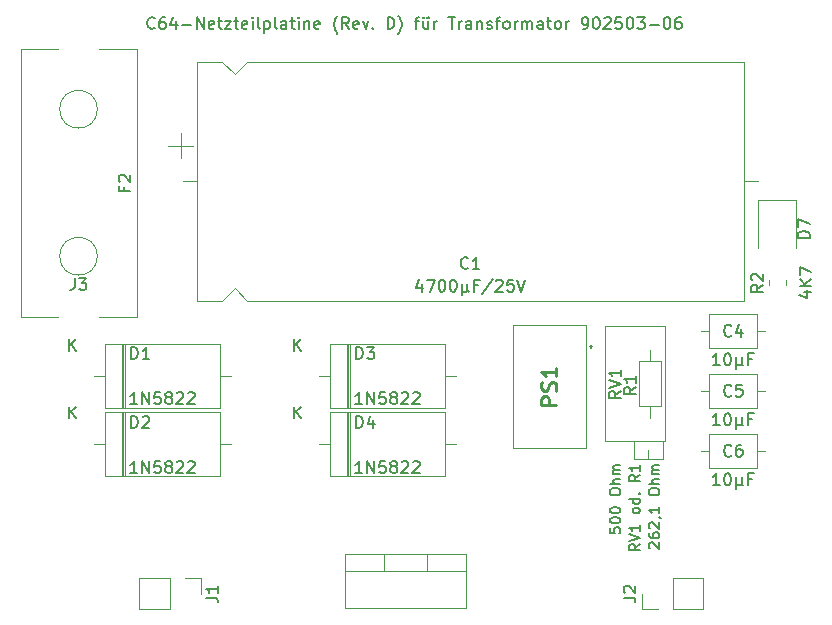
<source format=gbr>
%TF.GenerationSoftware,KiCad,Pcbnew,7.0.9*%
%TF.CreationDate,2025-04-20T12:55:00+02:00*%
%TF.ProjectId,C64-PSU-PCB-replacement-for-902503-06,4336342d-5053-4552-9d50-43422d726570,D*%
%TF.SameCoordinates,Original*%
%TF.FileFunction,Legend,Top*%
%TF.FilePolarity,Positive*%
%FSLAX46Y46*%
G04 Gerber Fmt 4.6, Leading zero omitted, Abs format (unit mm)*
G04 Created by KiCad (PCBNEW 7.0.9) date 2025-04-20 12:55:00*
%MOMM*%
%LPD*%
G01*
G04 APERTURE LIST*
%ADD10C,0.152400*%
%ADD11C,0.150000*%
%ADD12C,0.254000*%
%ADD13C,0.120000*%
%ADD14C,0.100000*%
%ADD15C,0.200000*%
G04 APERTURE END LIST*
D10*
X81048344Y-70754595D02*
X80625011Y-71050928D01*
X81048344Y-71262595D02*
X80159344Y-71262595D01*
X80159344Y-71262595D02*
X80159344Y-70923928D01*
X80159344Y-70923928D02*
X80201677Y-70839262D01*
X80201677Y-70839262D02*
X80244011Y-70796928D01*
X80244011Y-70796928D02*
X80328677Y-70754595D01*
X80328677Y-70754595D02*
X80455677Y-70754595D01*
X80455677Y-70754595D02*
X80540344Y-70796928D01*
X80540344Y-70796928D02*
X80582677Y-70839262D01*
X80582677Y-70839262D02*
X80625011Y-70923928D01*
X80625011Y-70923928D02*
X80625011Y-71262595D01*
X80159344Y-70500595D02*
X81048344Y-70204262D01*
X81048344Y-70204262D02*
X80159344Y-69907928D01*
X81048344Y-69145928D02*
X81048344Y-69653928D01*
X81048344Y-69399928D02*
X80159344Y-69399928D01*
X80159344Y-69399928D02*
X80286344Y-69484595D01*
X80286344Y-69484595D02*
X80371011Y-69569262D01*
X80371011Y-69569262D02*
X80413344Y-69653928D01*
X81048344Y-67960595D02*
X81006011Y-68045262D01*
X81006011Y-68045262D02*
X80963677Y-68087595D01*
X80963677Y-68087595D02*
X80879011Y-68129928D01*
X80879011Y-68129928D02*
X80625011Y-68129928D01*
X80625011Y-68129928D02*
X80540344Y-68087595D01*
X80540344Y-68087595D02*
X80498011Y-68045262D01*
X80498011Y-68045262D02*
X80455677Y-67960595D01*
X80455677Y-67960595D02*
X80455677Y-67833595D01*
X80455677Y-67833595D02*
X80498011Y-67748928D01*
X80498011Y-67748928D02*
X80540344Y-67706595D01*
X80540344Y-67706595D02*
X80625011Y-67664262D01*
X80625011Y-67664262D02*
X80879011Y-67664262D01*
X80879011Y-67664262D02*
X80963677Y-67706595D01*
X80963677Y-67706595D02*
X81006011Y-67748928D01*
X81006011Y-67748928D02*
X81048344Y-67833595D01*
X81048344Y-67833595D02*
X81048344Y-67960595D01*
X81048344Y-66902262D02*
X80159344Y-66902262D01*
X81006011Y-66902262D02*
X81048344Y-66986929D01*
X81048344Y-66986929D02*
X81048344Y-67156262D01*
X81048344Y-67156262D02*
X81006011Y-67240929D01*
X81006011Y-67240929D02*
X80963677Y-67283262D01*
X80963677Y-67283262D02*
X80879011Y-67325595D01*
X80879011Y-67325595D02*
X80625011Y-67325595D01*
X80625011Y-67325595D02*
X80540344Y-67283262D01*
X80540344Y-67283262D02*
X80498011Y-67240929D01*
X80498011Y-67240929D02*
X80455677Y-67156262D01*
X80455677Y-67156262D02*
X80455677Y-66986929D01*
X80455677Y-66986929D02*
X80498011Y-66902262D01*
X80963677Y-66478929D02*
X81006011Y-66436596D01*
X81006011Y-66436596D02*
X81048344Y-66478929D01*
X81048344Y-66478929D02*
X81006011Y-66521262D01*
X81006011Y-66521262D02*
X80963677Y-66478929D01*
X80963677Y-66478929D02*
X81048344Y-66478929D01*
X81048344Y-64870263D02*
X80625011Y-65166596D01*
X81048344Y-65378263D02*
X80159344Y-65378263D01*
X80159344Y-65378263D02*
X80159344Y-65039596D01*
X80159344Y-65039596D02*
X80201677Y-64954930D01*
X80201677Y-64954930D02*
X80244011Y-64912596D01*
X80244011Y-64912596D02*
X80328677Y-64870263D01*
X80328677Y-64870263D02*
X80455677Y-64870263D01*
X80455677Y-64870263D02*
X80540344Y-64912596D01*
X80540344Y-64912596D02*
X80582677Y-64954930D01*
X80582677Y-64954930D02*
X80625011Y-65039596D01*
X80625011Y-65039596D02*
X80625011Y-65378263D01*
X81048344Y-64023596D02*
X81048344Y-64531596D01*
X81048344Y-64277596D02*
X80159344Y-64277596D01*
X80159344Y-64277596D02*
X80286344Y-64362263D01*
X80286344Y-64362263D02*
X80371011Y-64446930D01*
X80371011Y-64446930D02*
X80413344Y-64531596D01*
D11*
X39975996Y-27029580D02*
X39928377Y-27077200D01*
X39928377Y-27077200D02*
X39785520Y-27124819D01*
X39785520Y-27124819D02*
X39690282Y-27124819D01*
X39690282Y-27124819D02*
X39547425Y-27077200D01*
X39547425Y-27077200D02*
X39452187Y-26981961D01*
X39452187Y-26981961D02*
X39404568Y-26886723D01*
X39404568Y-26886723D02*
X39356949Y-26696247D01*
X39356949Y-26696247D02*
X39356949Y-26553390D01*
X39356949Y-26553390D02*
X39404568Y-26362914D01*
X39404568Y-26362914D02*
X39452187Y-26267676D01*
X39452187Y-26267676D02*
X39547425Y-26172438D01*
X39547425Y-26172438D02*
X39690282Y-26124819D01*
X39690282Y-26124819D02*
X39785520Y-26124819D01*
X39785520Y-26124819D02*
X39928377Y-26172438D01*
X39928377Y-26172438D02*
X39975996Y-26220057D01*
X40833139Y-26124819D02*
X40642663Y-26124819D01*
X40642663Y-26124819D02*
X40547425Y-26172438D01*
X40547425Y-26172438D02*
X40499806Y-26220057D01*
X40499806Y-26220057D02*
X40404568Y-26362914D01*
X40404568Y-26362914D02*
X40356949Y-26553390D01*
X40356949Y-26553390D02*
X40356949Y-26934342D01*
X40356949Y-26934342D02*
X40404568Y-27029580D01*
X40404568Y-27029580D02*
X40452187Y-27077200D01*
X40452187Y-27077200D02*
X40547425Y-27124819D01*
X40547425Y-27124819D02*
X40737901Y-27124819D01*
X40737901Y-27124819D02*
X40833139Y-27077200D01*
X40833139Y-27077200D02*
X40880758Y-27029580D01*
X40880758Y-27029580D02*
X40928377Y-26934342D01*
X40928377Y-26934342D02*
X40928377Y-26696247D01*
X40928377Y-26696247D02*
X40880758Y-26601009D01*
X40880758Y-26601009D02*
X40833139Y-26553390D01*
X40833139Y-26553390D02*
X40737901Y-26505771D01*
X40737901Y-26505771D02*
X40547425Y-26505771D01*
X40547425Y-26505771D02*
X40452187Y-26553390D01*
X40452187Y-26553390D02*
X40404568Y-26601009D01*
X40404568Y-26601009D02*
X40356949Y-26696247D01*
X41785520Y-26458152D02*
X41785520Y-27124819D01*
X41547425Y-26077200D02*
X41309330Y-26791485D01*
X41309330Y-26791485D02*
X41928377Y-26791485D01*
X42309330Y-26743866D02*
X43071235Y-26743866D01*
X43547425Y-27124819D02*
X43547425Y-26124819D01*
X43547425Y-26124819D02*
X44118853Y-27124819D01*
X44118853Y-27124819D02*
X44118853Y-26124819D01*
X44975996Y-27077200D02*
X44880758Y-27124819D01*
X44880758Y-27124819D02*
X44690282Y-27124819D01*
X44690282Y-27124819D02*
X44595044Y-27077200D01*
X44595044Y-27077200D02*
X44547425Y-26981961D01*
X44547425Y-26981961D02*
X44547425Y-26601009D01*
X44547425Y-26601009D02*
X44595044Y-26505771D01*
X44595044Y-26505771D02*
X44690282Y-26458152D01*
X44690282Y-26458152D02*
X44880758Y-26458152D01*
X44880758Y-26458152D02*
X44975996Y-26505771D01*
X44975996Y-26505771D02*
X45023615Y-26601009D01*
X45023615Y-26601009D02*
X45023615Y-26696247D01*
X45023615Y-26696247D02*
X44547425Y-26791485D01*
X45309330Y-26458152D02*
X45690282Y-26458152D01*
X45452187Y-26124819D02*
X45452187Y-26981961D01*
X45452187Y-26981961D02*
X45499806Y-27077200D01*
X45499806Y-27077200D02*
X45595044Y-27124819D01*
X45595044Y-27124819D02*
X45690282Y-27124819D01*
X45928378Y-26458152D02*
X46452187Y-26458152D01*
X46452187Y-26458152D02*
X45928378Y-27124819D01*
X45928378Y-27124819D02*
X46452187Y-27124819D01*
X46690283Y-26458152D02*
X47071235Y-26458152D01*
X46833140Y-26124819D02*
X46833140Y-26981961D01*
X46833140Y-26981961D02*
X46880759Y-27077200D01*
X46880759Y-27077200D02*
X46975997Y-27124819D01*
X46975997Y-27124819D02*
X47071235Y-27124819D01*
X47785521Y-27077200D02*
X47690283Y-27124819D01*
X47690283Y-27124819D02*
X47499807Y-27124819D01*
X47499807Y-27124819D02*
X47404569Y-27077200D01*
X47404569Y-27077200D02*
X47356950Y-26981961D01*
X47356950Y-26981961D02*
X47356950Y-26601009D01*
X47356950Y-26601009D02*
X47404569Y-26505771D01*
X47404569Y-26505771D02*
X47499807Y-26458152D01*
X47499807Y-26458152D02*
X47690283Y-26458152D01*
X47690283Y-26458152D02*
X47785521Y-26505771D01*
X47785521Y-26505771D02*
X47833140Y-26601009D01*
X47833140Y-26601009D02*
X47833140Y-26696247D01*
X47833140Y-26696247D02*
X47356950Y-26791485D01*
X48261712Y-27124819D02*
X48261712Y-26458152D01*
X48261712Y-26124819D02*
X48214093Y-26172438D01*
X48214093Y-26172438D02*
X48261712Y-26220057D01*
X48261712Y-26220057D02*
X48309331Y-26172438D01*
X48309331Y-26172438D02*
X48261712Y-26124819D01*
X48261712Y-26124819D02*
X48261712Y-26220057D01*
X48880759Y-27124819D02*
X48785521Y-27077200D01*
X48785521Y-27077200D02*
X48737902Y-26981961D01*
X48737902Y-26981961D02*
X48737902Y-26124819D01*
X49261712Y-26458152D02*
X49261712Y-27458152D01*
X49261712Y-26505771D02*
X49356950Y-26458152D01*
X49356950Y-26458152D02*
X49547426Y-26458152D01*
X49547426Y-26458152D02*
X49642664Y-26505771D01*
X49642664Y-26505771D02*
X49690283Y-26553390D01*
X49690283Y-26553390D02*
X49737902Y-26648628D01*
X49737902Y-26648628D02*
X49737902Y-26934342D01*
X49737902Y-26934342D02*
X49690283Y-27029580D01*
X49690283Y-27029580D02*
X49642664Y-27077200D01*
X49642664Y-27077200D02*
X49547426Y-27124819D01*
X49547426Y-27124819D02*
X49356950Y-27124819D01*
X49356950Y-27124819D02*
X49261712Y-27077200D01*
X50309331Y-27124819D02*
X50214093Y-27077200D01*
X50214093Y-27077200D02*
X50166474Y-26981961D01*
X50166474Y-26981961D02*
X50166474Y-26124819D01*
X51118855Y-27124819D02*
X51118855Y-26601009D01*
X51118855Y-26601009D02*
X51071236Y-26505771D01*
X51071236Y-26505771D02*
X50975998Y-26458152D01*
X50975998Y-26458152D02*
X50785522Y-26458152D01*
X50785522Y-26458152D02*
X50690284Y-26505771D01*
X51118855Y-27077200D02*
X51023617Y-27124819D01*
X51023617Y-27124819D02*
X50785522Y-27124819D01*
X50785522Y-27124819D02*
X50690284Y-27077200D01*
X50690284Y-27077200D02*
X50642665Y-26981961D01*
X50642665Y-26981961D02*
X50642665Y-26886723D01*
X50642665Y-26886723D02*
X50690284Y-26791485D01*
X50690284Y-26791485D02*
X50785522Y-26743866D01*
X50785522Y-26743866D02*
X51023617Y-26743866D01*
X51023617Y-26743866D02*
X51118855Y-26696247D01*
X51452189Y-26458152D02*
X51833141Y-26458152D01*
X51595046Y-26124819D02*
X51595046Y-26981961D01*
X51595046Y-26981961D02*
X51642665Y-27077200D01*
X51642665Y-27077200D02*
X51737903Y-27124819D01*
X51737903Y-27124819D02*
X51833141Y-27124819D01*
X52166475Y-27124819D02*
X52166475Y-26458152D01*
X52166475Y-26124819D02*
X52118856Y-26172438D01*
X52118856Y-26172438D02*
X52166475Y-26220057D01*
X52166475Y-26220057D02*
X52214094Y-26172438D01*
X52214094Y-26172438D02*
X52166475Y-26124819D01*
X52166475Y-26124819D02*
X52166475Y-26220057D01*
X52642665Y-26458152D02*
X52642665Y-27124819D01*
X52642665Y-26553390D02*
X52690284Y-26505771D01*
X52690284Y-26505771D02*
X52785522Y-26458152D01*
X52785522Y-26458152D02*
X52928379Y-26458152D01*
X52928379Y-26458152D02*
X53023617Y-26505771D01*
X53023617Y-26505771D02*
X53071236Y-26601009D01*
X53071236Y-26601009D02*
X53071236Y-27124819D01*
X53928379Y-27077200D02*
X53833141Y-27124819D01*
X53833141Y-27124819D02*
X53642665Y-27124819D01*
X53642665Y-27124819D02*
X53547427Y-27077200D01*
X53547427Y-27077200D02*
X53499808Y-26981961D01*
X53499808Y-26981961D02*
X53499808Y-26601009D01*
X53499808Y-26601009D02*
X53547427Y-26505771D01*
X53547427Y-26505771D02*
X53642665Y-26458152D01*
X53642665Y-26458152D02*
X53833141Y-26458152D01*
X53833141Y-26458152D02*
X53928379Y-26505771D01*
X53928379Y-26505771D02*
X53975998Y-26601009D01*
X53975998Y-26601009D02*
X53975998Y-26696247D01*
X53975998Y-26696247D02*
X53499808Y-26791485D01*
X55452189Y-27505771D02*
X55404570Y-27458152D01*
X55404570Y-27458152D02*
X55309332Y-27315295D01*
X55309332Y-27315295D02*
X55261713Y-27220057D01*
X55261713Y-27220057D02*
X55214094Y-27077200D01*
X55214094Y-27077200D02*
X55166475Y-26839104D01*
X55166475Y-26839104D02*
X55166475Y-26648628D01*
X55166475Y-26648628D02*
X55214094Y-26410533D01*
X55214094Y-26410533D02*
X55261713Y-26267676D01*
X55261713Y-26267676D02*
X55309332Y-26172438D01*
X55309332Y-26172438D02*
X55404570Y-26029580D01*
X55404570Y-26029580D02*
X55452189Y-25981961D01*
X56404570Y-27124819D02*
X56071237Y-26648628D01*
X55833142Y-27124819D02*
X55833142Y-26124819D01*
X55833142Y-26124819D02*
X56214094Y-26124819D01*
X56214094Y-26124819D02*
X56309332Y-26172438D01*
X56309332Y-26172438D02*
X56356951Y-26220057D01*
X56356951Y-26220057D02*
X56404570Y-26315295D01*
X56404570Y-26315295D02*
X56404570Y-26458152D01*
X56404570Y-26458152D02*
X56356951Y-26553390D01*
X56356951Y-26553390D02*
X56309332Y-26601009D01*
X56309332Y-26601009D02*
X56214094Y-26648628D01*
X56214094Y-26648628D02*
X55833142Y-26648628D01*
X57214094Y-27077200D02*
X57118856Y-27124819D01*
X57118856Y-27124819D02*
X56928380Y-27124819D01*
X56928380Y-27124819D02*
X56833142Y-27077200D01*
X56833142Y-27077200D02*
X56785523Y-26981961D01*
X56785523Y-26981961D02*
X56785523Y-26601009D01*
X56785523Y-26601009D02*
X56833142Y-26505771D01*
X56833142Y-26505771D02*
X56928380Y-26458152D01*
X56928380Y-26458152D02*
X57118856Y-26458152D01*
X57118856Y-26458152D02*
X57214094Y-26505771D01*
X57214094Y-26505771D02*
X57261713Y-26601009D01*
X57261713Y-26601009D02*
X57261713Y-26696247D01*
X57261713Y-26696247D02*
X56785523Y-26791485D01*
X57595047Y-26458152D02*
X57833142Y-27124819D01*
X57833142Y-27124819D02*
X58071237Y-26458152D01*
X58452190Y-27029580D02*
X58499809Y-27077200D01*
X58499809Y-27077200D02*
X58452190Y-27124819D01*
X58452190Y-27124819D02*
X58404571Y-27077200D01*
X58404571Y-27077200D02*
X58452190Y-27029580D01*
X58452190Y-27029580D02*
X58452190Y-27124819D01*
X59690285Y-27124819D02*
X59690285Y-26124819D01*
X59690285Y-26124819D02*
X59928380Y-26124819D01*
X59928380Y-26124819D02*
X60071237Y-26172438D01*
X60071237Y-26172438D02*
X60166475Y-26267676D01*
X60166475Y-26267676D02*
X60214094Y-26362914D01*
X60214094Y-26362914D02*
X60261713Y-26553390D01*
X60261713Y-26553390D02*
X60261713Y-26696247D01*
X60261713Y-26696247D02*
X60214094Y-26886723D01*
X60214094Y-26886723D02*
X60166475Y-26981961D01*
X60166475Y-26981961D02*
X60071237Y-27077200D01*
X60071237Y-27077200D02*
X59928380Y-27124819D01*
X59928380Y-27124819D02*
X59690285Y-27124819D01*
X60595047Y-27505771D02*
X60642666Y-27458152D01*
X60642666Y-27458152D02*
X60737904Y-27315295D01*
X60737904Y-27315295D02*
X60785523Y-27220057D01*
X60785523Y-27220057D02*
X60833142Y-27077200D01*
X60833142Y-27077200D02*
X60880761Y-26839104D01*
X60880761Y-26839104D02*
X60880761Y-26648628D01*
X60880761Y-26648628D02*
X60833142Y-26410533D01*
X60833142Y-26410533D02*
X60785523Y-26267676D01*
X60785523Y-26267676D02*
X60737904Y-26172438D01*
X60737904Y-26172438D02*
X60642666Y-26029580D01*
X60642666Y-26029580D02*
X60595047Y-25981961D01*
X61976000Y-26458152D02*
X62356952Y-26458152D01*
X62118857Y-27124819D02*
X62118857Y-26267676D01*
X62118857Y-26267676D02*
X62166476Y-26172438D01*
X62166476Y-26172438D02*
X62261714Y-26124819D01*
X62261714Y-26124819D02*
X62356952Y-26124819D01*
X63118857Y-26458152D02*
X63118857Y-27124819D01*
X62690286Y-26458152D02*
X62690286Y-26981961D01*
X62690286Y-26981961D02*
X62737905Y-27077200D01*
X62737905Y-27077200D02*
X62833143Y-27124819D01*
X62833143Y-27124819D02*
X62976000Y-27124819D01*
X62976000Y-27124819D02*
X63071238Y-27077200D01*
X63071238Y-27077200D02*
X63118857Y-27029580D01*
X62737905Y-26124819D02*
X62785524Y-26172438D01*
X62785524Y-26172438D02*
X62737905Y-26220057D01*
X62737905Y-26220057D02*
X62690286Y-26172438D01*
X62690286Y-26172438D02*
X62737905Y-26124819D01*
X62737905Y-26124819D02*
X62737905Y-26220057D01*
X63118857Y-26124819D02*
X63166476Y-26172438D01*
X63166476Y-26172438D02*
X63118857Y-26220057D01*
X63118857Y-26220057D02*
X63071238Y-26172438D01*
X63071238Y-26172438D02*
X63118857Y-26124819D01*
X63118857Y-26124819D02*
X63118857Y-26220057D01*
X63595048Y-27124819D02*
X63595048Y-26458152D01*
X63595048Y-26648628D02*
X63642667Y-26553390D01*
X63642667Y-26553390D02*
X63690286Y-26505771D01*
X63690286Y-26505771D02*
X63785524Y-26458152D01*
X63785524Y-26458152D02*
X63880762Y-26458152D01*
X64833144Y-26124819D02*
X65404572Y-26124819D01*
X65118858Y-27124819D02*
X65118858Y-26124819D01*
X65737906Y-27124819D02*
X65737906Y-26458152D01*
X65737906Y-26648628D02*
X65785525Y-26553390D01*
X65785525Y-26553390D02*
X65833144Y-26505771D01*
X65833144Y-26505771D02*
X65928382Y-26458152D01*
X65928382Y-26458152D02*
X66023620Y-26458152D01*
X66785525Y-27124819D02*
X66785525Y-26601009D01*
X66785525Y-26601009D02*
X66737906Y-26505771D01*
X66737906Y-26505771D02*
X66642668Y-26458152D01*
X66642668Y-26458152D02*
X66452192Y-26458152D01*
X66452192Y-26458152D02*
X66356954Y-26505771D01*
X66785525Y-27077200D02*
X66690287Y-27124819D01*
X66690287Y-27124819D02*
X66452192Y-27124819D01*
X66452192Y-27124819D02*
X66356954Y-27077200D01*
X66356954Y-27077200D02*
X66309335Y-26981961D01*
X66309335Y-26981961D02*
X66309335Y-26886723D01*
X66309335Y-26886723D02*
X66356954Y-26791485D01*
X66356954Y-26791485D02*
X66452192Y-26743866D01*
X66452192Y-26743866D02*
X66690287Y-26743866D01*
X66690287Y-26743866D02*
X66785525Y-26696247D01*
X67261716Y-26458152D02*
X67261716Y-27124819D01*
X67261716Y-26553390D02*
X67309335Y-26505771D01*
X67309335Y-26505771D02*
X67404573Y-26458152D01*
X67404573Y-26458152D02*
X67547430Y-26458152D01*
X67547430Y-26458152D02*
X67642668Y-26505771D01*
X67642668Y-26505771D02*
X67690287Y-26601009D01*
X67690287Y-26601009D02*
X67690287Y-27124819D01*
X68118859Y-27077200D02*
X68214097Y-27124819D01*
X68214097Y-27124819D02*
X68404573Y-27124819D01*
X68404573Y-27124819D02*
X68499811Y-27077200D01*
X68499811Y-27077200D02*
X68547430Y-26981961D01*
X68547430Y-26981961D02*
X68547430Y-26934342D01*
X68547430Y-26934342D02*
X68499811Y-26839104D01*
X68499811Y-26839104D02*
X68404573Y-26791485D01*
X68404573Y-26791485D02*
X68261716Y-26791485D01*
X68261716Y-26791485D02*
X68166478Y-26743866D01*
X68166478Y-26743866D02*
X68118859Y-26648628D01*
X68118859Y-26648628D02*
X68118859Y-26601009D01*
X68118859Y-26601009D02*
X68166478Y-26505771D01*
X68166478Y-26505771D02*
X68261716Y-26458152D01*
X68261716Y-26458152D02*
X68404573Y-26458152D01*
X68404573Y-26458152D02*
X68499811Y-26505771D01*
X68833145Y-26458152D02*
X69214097Y-26458152D01*
X68976002Y-27124819D02*
X68976002Y-26267676D01*
X68976002Y-26267676D02*
X69023621Y-26172438D01*
X69023621Y-26172438D02*
X69118859Y-26124819D01*
X69118859Y-26124819D02*
X69214097Y-26124819D01*
X69690288Y-27124819D02*
X69595050Y-27077200D01*
X69595050Y-27077200D02*
X69547431Y-27029580D01*
X69547431Y-27029580D02*
X69499812Y-26934342D01*
X69499812Y-26934342D02*
X69499812Y-26648628D01*
X69499812Y-26648628D02*
X69547431Y-26553390D01*
X69547431Y-26553390D02*
X69595050Y-26505771D01*
X69595050Y-26505771D02*
X69690288Y-26458152D01*
X69690288Y-26458152D02*
X69833145Y-26458152D01*
X69833145Y-26458152D02*
X69928383Y-26505771D01*
X69928383Y-26505771D02*
X69976002Y-26553390D01*
X69976002Y-26553390D02*
X70023621Y-26648628D01*
X70023621Y-26648628D02*
X70023621Y-26934342D01*
X70023621Y-26934342D02*
X69976002Y-27029580D01*
X69976002Y-27029580D02*
X69928383Y-27077200D01*
X69928383Y-27077200D02*
X69833145Y-27124819D01*
X69833145Y-27124819D02*
X69690288Y-27124819D01*
X70452193Y-27124819D02*
X70452193Y-26458152D01*
X70452193Y-26648628D02*
X70499812Y-26553390D01*
X70499812Y-26553390D02*
X70547431Y-26505771D01*
X70547431Y-26505771D02*
X70642669Y-26458152D01*
X70642669Y-26458152D02*
X70737907Y-26458152D01*
X71071241Y-27124819D02*
X71071241Y-26458152D01*
X71071241Y-26553390D02*
X71118860Y-26505771D01*
X71118860Y-26505771D02*
X71214098Y-26458152D01*
X71214098Y-26458152D02*
X71356955Y-26458152D01*
X71356955Y-26458152D02*
X71452193Y-26505771D01*
X71452193Y-26505771D02*
X71499812Y-26601009D01*
X71499812Y-26601009D02*
X71499812Y-27124819D01*
X71499812Y-26601009D02*
X71547431Y-26505771D01*
X71547431Y-26505771D02*
X71642669Y-26458152D01*
X71642669Y-26458152D02*
X71785526Y-26458152D01*
X71785526Y-26458152D02*
X71880765Y-26505771D01*
X71880765Y-26505771D02*
X71928384Y-26601009D01*
X71928384Y-26601009D02*
X71928384Y-27124819D01*
X72833145Y-27124819D02*
X72833145Y-26601009D01*
X72833145Y-26601009D02*
X72785526Y-26505771D01*
X72785526Y-26505771D02*
X72690288Y-26458152D01*
X72690288Y-26458152D02*
X72499812Y-26458152D01*
X72499812Y-26458152D02*
X72404574Y-26505771D01*
X72833145Y-27077200D02*
X72737907Y-27124819D01*
X72737907Y-27124819D02*
X72499812Y-27124819D01*
X72499812Y-27124819D02*
X72404574Y-27077200D01*
X72404574Y-27077200D02*
X72356955Y-26981961D01*
X72356955Y-26981961D02*
X72356955Y-26886723D01*
X72356955Y-26886723D02*
X72404574Y-26791485D01*
X72404574Y-26791485D02*
X72499812Y-26743866D01*
X72499812Y-26743866D02*
X72737907Y-26743866D01*
X72737907Y-26743866D02*
X72833145Y-26696247D01*
X73166479Y-26458152D02*
X73547431Y-26458152D01*
X73309336Y-26124819D02*
X73309336Y-26981961D01*
X73309336Y-26981961D02*
X73356955Y-27077200D01*
X73356955Y-27077200D02*
X73452193Y-27124819D01*
X73452193Y-27124819D02*
X73547431Y-27124819D01*
X74023622Y-27124819D02*
X73928384Y-27077200D01*
X73928384Y-27077200D02*
X73880765Y-27029580D01*
X73880765Y-27029580D02*
X73833146Y-26934342D01*
X73833146Y-26934342D02*
X73833146Y-26648628D01*
X73833146Y-26648628D02*
X73880765Y-26553390D01*
X73880765Y-26553390D02*
X73928384Y-26505771D01*
X73928384Y-26505771D02*
X74023622Y-26458152D01*
X74023622Y-26458152D02*
X74166479Y-26458152D01*
X74166479Y-26458152D02*
X74261717Y-26505771D01*
X74261717Y-26505771D02*
X74309336Y-26553390D01*
X74309336Y-26553390D02*
X74356955Y-26648628D01*
X74356955Y-26648628D02*
X74356955Y-26934342D01*
X74356955Y-26934342D02*
X74309336Y-27029580D01*
X74309336Y-27029580D02*
X74261717Y-27077200D01*
X74261717Y-27077200D02*
X74166479Y-27124819D01*
X74166479Y-27124819D02*
X74023622Y-27124819D01*
X74785527Y-27124819D02*
X74785527Y-26458152D01*
X74785527Y-26648628D02*
X74833146Y-26553390D01*
X74833146Y-26553390D02*
X74880765Y-26505771D01*
X74880765Y-26505771D02*
X74976003Y-26458152D01*
X74976003Y-26458152D02*
X75071241Y-26458152D01*
X76214099Y-27124819D02*
X76404575Y-27124819D01*
X76404575Y-27124819D02*
X76499813Y-27077200D01*
X76499813Y-27077200D02*
X76547432Y-27029580D01*
X76547432Y-27029580D02*
X76642670Y-26886723D01*
X76642670Y-26886723D02*
X76690289Y-26696247D01*
X76690289Y-26696247D02*
X76690289Y-26315295D01*
X76690289Y-26315295D02*
X76642670Y-26220057D01*
X76642670Y-26220057D02*
X76595051Y-26172438D01*
X76595051Y-26172438D02*
X76499813Y-26124819D01*
X76499813Y-26124819D02*
X76309337Y-26124819D01*
X76309337Y-26124819D02*
X76214099Y-26172438D01*
X76214099Y-26172438D02*
X76166480Y-26220057D01*
X76166480Y-26220057D02*
X76118861Y-26315295D01*
X76118861Y-26315295D02*
X76118861Y-26553390D01*
X76118861Y-26553390D02*
X76166480Y-26648628D01*
X76166480Y-26648628D02*
X76214099Y-26696247D01*
X76214099Y-26696247D02*
X76309337Y-26743866D01*
X76309337Y-26743866D02*
X76499813Y-26743866D01*
X76499813Y-26743866D02*
X76595051Y-26696247D01*
X76595051Y-26696247D02*
X76642670Y-26648628D01*
X76642670Y-26648628D02*
X76690289Y-26553390D01*
X77309337Y-26124819D02*
X77404575Y-26124819D01*
X77404575Y-26124819D02*
X77499813Y-26172438D01*
X77499813Y-26172438D02*
X77547432Y-26220057D01*
X77547432Y-26220057D02*
X77595051Y-26315295D01*
X77595051Y-26315295D02*
X77642670Y-26505771D01*
X77642670Y-26505771D02*
X77642670Y-26743866D01*
X77642670Y-26743866D02*
X77595051Y-26934342D01*
X77595051Y-26934342D02*
X77547432Y-27029580D01*
X77547432Y-27029580D02*
X77499813Y-27077200D01*
X77499813Y-27077200D02*
X77404575Y-27124819D01*
X77404575Y-27124819D02*
X77309337Y-27124819D01*
X77309337Y-27124819D02*
X77214099Y-27077200D01*
X77214099Y-27077200D02*
X77166480Y-27029580D01*
X77166480Y-27029580D02*
X77118861Y-26934342D01*
X77118861Y-26934342D02*
X77071242Y-26743866D01*
X77071242Y-26743866D02*
X77071242Y-26505771D01*
X77071242Y-26505771D02*
X77118861Y-26315295D01*
X77118861Y-26315295D02*
X77166480Y-26220057D01*
X77166480Y-26220057D02*
X77214099Y-26172438D01*
X77214099Y-26172438D02*
X77309337Y-26124819D01*
X78023623Y-26220057D02*
X78071242Y-26172438D01*
X78071242Y-26172438D02*
X78166480Y-26124819D01*
X78166480Y-26124819D02*
X78404575Y-26124819D01*
X78404575Y-26124819D02*
X78499813Y-26172438D01*
X78499813Y-26172438D02*
X78547432Y-26220057D01*
X78547432Y-26220057D02*
X78595051Y-26315295D01*
X78595051Y-26315295D02*
X78595051Y-26410533D01*
X78595051Y-26410533D02*
X78547432Y-26553390D01*
X78547432Y-26553390D02*
X77976004Y-27124819D01*
X77976004Y-27124819D02*
X78595051Y-27124819D01*
X79499813Y-26124819D02*
X79023623Y-26124819D01*
X79023623Y-26124819D02*
X78976004Y-26601009D01*
X78976004Y-26601009D02*
X79023623Y-26553390D01*
X79023623Y-26553390D02*
X79118861Y-26505771D01*
X79118861Y-26505771D02*
X79356956Y-26505771D01*
X79356956Y-26505771D02*
X79452194Y-26553390D01*
X79452194Y-26553390D02*
X79499813Y-26601009D01*
X79499813Y-26601009D02*
X79547432Y-26696247D01*
X79547432Y-26696247D02*
X79547432Y-26934342D01*
X79547432Y-26934342D02*
X79499813Y-27029580D01*
X79499813Y-27029580D02*
X79452194Y-27077200D01*
X79452194Y-27077200D02*
X79356956Y-27124819D01*
X79356956Y-27124819D02*
X79118861Y-27124819D01*
X79118861Y-27124819D02*
X79023623Y-27077200D01*
X79023623Y-27077200D02*
X78976004Y-27029580D01*
X80166480Y-26124819D02*
X80261718Y-26124819D01*
X80261718Y-26124819D02*
X80356956Y-26172438D01*
X80356956Y-26172438D02*
X80404575Y-26220057D01*
X80404575Y-26220057D02*
X80452194Y-26315295D01*
X80452194Y-26315295D02*
X80499813Y-26505771D01*
X80499813Y-26505771D02*
X80499813Y-26743866D01*
X80499813Y-26743866D02*
X80452194Y-26934342D01*
X80452194Y-26934342D02*
X80404575Y-27029580D01*
X80404575Y-27029580D02*
X80356956Y-27077200D01*
X80356956Y-27077200D02*
X80261718Y-27124819D01*
X80261718Y-27124819D02*
X80166480Y-27124819D01*
X80166480Y-27124819D02*
X80071242Y-27077200D01*
X80071242Y-27077200D02*
X80023623Y-27029580D01*
X80023623Y-27029580D02*
X79976004Y-26934342D01*
X79976004Y-26934342D02*
X79928385Y-26743866D01*
X79928385Y-26743866D02*
X79928385Y-26505771D01*
X79928385Y-26505771D02*
X79976004Y-26315295D01*
X79976004Y-26315295D02*
X80023623Y-26220057D01*
X80023623Y-26220057D02*
X80071242Y-26172438D01*
X80071242Y-26172438D02*
X80166480Y-26124819D01*
X80833147Y-26124819D02*
X81452194Y-26124819D01*
X81452194Y-26124819D02*
X81118861Y-26505771D01*
X81118861Y-26505771D02*
X81261718Y-26505771D01*
X81261718Y-26505771D02*
X81356956Y-26553390D01*
X81356956Y-26553390D02*
X81404575Y-26601009D01*
X81404575Y-26601009D02*
X81452194Y-26696247D01*
X81452194Y-26696247D02*
X81452194Y-26934342D01*
X81452194Y-26934342D02*
X81404575Y-27029580D01*
X81404575Y-27029580D02*
X81356956Y-27077200D01*
X81356956Y-27077200D02*
X81261718Y-27124819D01*
X81261718Y-27124819D02*
X80976004Y-27124819D01*
X80976004Y-27124819D02*
X80880766Y-27077200D01*
X80880766Y-27077200D02*
X80833147Y-27029580D01*
X81880766Y-26743866D02*
X82642671Y-26743866D01*
X83309337Y-26124819D02*
X83404575Y-26124819D01*
X83404575Y-26124819D02*
X83499813Y-26172438D01*
X83499813Y-26172438D02*
X83547432Y-26220057D01*
X83547432Y-26220057D02*
X83595051Y-26315295D01*
X83595051Y-26315295D02*
X83642670Y-26505771D01*
X83642670Y-26505771D02*
X83642670Y-26743866D01*
X83642670Y-26743866D02*
X83595051Y-26934342D01*
X83595051Y-26934342D02*
X83547432Y-27029580D01*
X83547432Y-27029580D02*
X83499813Y-27077200D01*
X83499813Y-27077200D02*
X83404575Y-27124819D01*
X83404575Y-27124819D02*
X83309337Y-27124819D01*
X83309337Y-27124819D02*
X83214099Y-27077200D01*
X83214099Y-27077200D02*
X83166480Y-27029580D01*
X83166480Y-27029580D02*
X83118861Y-26934342D01*
X83118861Y-26934342D02*
X83071242Y-26743866D01*
X83071242Y-26743866D02*
X83071242Y-26505771D01*
X83071242Y-26505771D02*
X83118861Y-26315295D01*
X83118861Y-26315295D02*
X83166480Y-26220057D01*
X83166480Y-26220057D02*
X83214099Y-26172438D01*
X83214099Y-26172438D02*
X83309337Y-26124819D01*
X84499813Y-26124819D02*
X84309337Y-26124819D01*
X84309337Y-26124819D02*
X84214099Y-26172438D01*
X84214099Y-26172438D02*
X84166480Y-26220057D01*
X84166480Y-26220057D02*
X84071242Y-26362914D01*
X84071242Y-26362914D02*
X84023623Y-26553390D01*
X84023623Y-26553390D02*
X84023623Y-26934342D01*
X84023623Y-26934342D02*
X84071242Y-27029580D01*
X84071242Y-27029580D02*
X84118861Y-27077200D01*
X84118861Y-27077200D02*
X84214099Y-27124819D01*
X84214099Y-27124819D02*
X84404575Y-27124819D01*
X84404575Y-27124819D02*
X84499813Y-27077200D01*
X84499813Y-27077200D02*
X84547432Y-27029580D01*
X84547432Y-27029580D02*
X84595051Y-26934342D01*
X84595051Y-26934342D02*
X84595051Y-26696247D01*
X84595051Y-26696247D02*
X84547432Y-26601009D01*
X84547432Y-26601009D02*
X84499813Y-26553390D01*
X84499813Y-26553390D02*
X84404575Y-26505771D01*
X84404575Y-26505771D02*
X84214099Y-26505771D01*
X84214099Y-26505771D02*
X84118861Y-26553390D01*
X84118861Y-26553390D02*
X84071242Y-26601009D01*
X84071242Y-26601009D02*
X84023623Y-26696247D01*
X66508333Y-47349580D02*
X66460714Y-47397200D01*
X66460714Y-47397200D02*
X66317857Y-47444819D01*
X66317857Y-47444819D02*
X66222619Y-47444819D01*
X66222619Y-47444819D02*
X66079762Y-47397200D01*
X66079762Y-47397200D02*
X65984524Y-47301961D01*
X65984524Y-47301961D02*
X65936905Y-47206723D01*
X65936905Y-47206723D02*
X65889286Y-47016247D01*
X65889286Y-47016247D02*
X65889286Y-46873390D01*
X65889286Y-46873390D02*
X65936905Y-46682914D01*
X65936905Y-46682914D02*
X65984524Y-46587676D01*
X65984524Y-46587676D02*
X66079762Y-46492438D01*
X66079762Y-46492438D02*
X66222619Y-46444819D01*
X66222619Y-46444819D02*
X66317857Y-46444819D01*
X66317857Y-46444819D02*
X66460714Y-46492438D01*
X66460714Y-46492438D02*
X66508333Y-46540057D01*
X67460714Y-47444819D02*
X66889286Y-47444819D01*
X67175000Y-47444819D02*
X67175000Y-46444819D01*
X67175000Y-46444819D02*
X67079762Y-46587676D01*
X67079762Y-46587676D02*
X66984524Y-46682914D01*
X66984524Y-46682914D02*
X66889286Y-46730533D01*
X62579761Y-48683152D02*
X62579761Y-49349819D01*
X62341666Y-48302200D02*
X62103571Y-49016485D01*
X62103571Y-49016485D02*
X62722618Y-49016485D01*
X63008333Y-48349819D02*
X63674999Y-48349819D01*
X63674999Y-48349819D02*
X63246428Y-49349819D01*
X64246428Y-48349819D02*
X64341666Y-48349819D01*
X64341666Y-48349819D02*
X64436904Y-48397438D01*
X64436904Y-48397438D02*
X64484523Y-48445057D01*
X64484523Y-48445057D02*
X64532142Y-48540295D01*
X64532142Y-48540295D02*
X64579761Y-48730771D01*
X64579761Y-48730771D02*
X64579761Y-48968866D01*
X64579761Y-48968866D02*
X64532142Y-49159342D01*
X64532142Y-49159342D02*
X64484523Y-49254580D01*
X64484523Y-49254580D02*
X64436904Y-49302200D01*
X64436904Y-49302200D02*
X64341666Y-49349819D01*
X64341666Y-49349819D02*
X64246428Y-49349819D01*
X64246428Y-49349819D02*
X64151190Y-49302200D01*
X64151190Y-49302200D02*
X64103571Y-49254580D01*
X64103571Y-49254580D02*
X64055952Y-49159342D01*
X64055952Y-49159342D02*
X64008333Y-48968866D01*
X64008333Y-48968866D02*
X64008333Y-48730771D01*
X64008333Y-48730771D02*
X64055952Y-48540295D01*
X64055952Y-48540295D02*
X64103571Y-48445057D01*
X64103571Y-48445057D02*
X64151190Y-48397438D01*
X64151190Y-48397438D02*
X64246428Y-48349819D01*
X65198809Y-48349819D02*
X65294047Y-48349819D01*
X65294047Y-48349819D02*
X65389285Y-48397438D01*
X65389285Y-48397438D02*
X65436904Y-48445057D01*
X65436904Y-48445057D02*
X65484523Y-48540295D01*
X65484523Y-48540295D02*
X65532142Y-48730771D01*
X65532142Y-48730771D02*
X65532142Y-48968866D01*
X65532142Y-48968866D02*
X65484523Y-49159342D01*
X65484523Y-49159342D02*
X65436904Y-49254580D01*
X65436904Y-49254580D02*
X65389285Y-49302200D01*
X65389285Y-49302200D02*
X65294047Y-49349819D01*
X65294047Y-49349819D02*
X65198809Y-49349819D01*
X65198809Y-49349819D02*
X65103571Y-49302200D01*
X65103571Y-49302200D02*
X65055952Y-49254580D01*
X65055952Y-49254580D02*
X65008333Y-49159342D01*
X65008333Y-49159342D02*
X64960714Y-48968866D01*
X64960714Y-48968866D02*
X64960714Y-48730771D01*
X64960714Y-48730771D02*
X65008333Y-48540295D01*
X65008333Y-48540295D02*
X65055952Y-48445057D01*
X65055952Y-48445057D02*
X65103571Y-48397438D01*
X65103571Y-48397438D02*
X65198809Y-48349819D01*
X65960714Y-48683152D02*
X65960714Y-49683152D01*
X66436904Y-49206961D02*
X66484523Y-49302200D01*
X66484523Y-49302200D02*
X66579761Y-49349819D01*
X65960714Y-49206961D02*
X66008333Y-49302200D01*
X66008333Y-49302200D02*
X66103571Y-49349819D01*
X66103571Y-49349819D02*
X66294047Y-49349819D01*
X66294047Y-49349819D02*
X66389285Y-49302200D01*
X66389285Y-49302200D02*
X66436904Y-49206961D01*
X66436904Y-49206961D02*
X66436904Y-48683152D01*
X67341666Y-48826009D02*
X67008333Y-48826009D01*
X67008333Y-49349819D02*
X67008333Y-48349819D01*
X67008333Y-48349819D02*
X67484523Y-48349819D01*
X68579761Y-48302200D02*
X67722619Y-49587914D01*
X68865476Y-48445057D02*
X68913095Y-48397438D01*
X68913095Y-48397438D02*
X69008333Y-48349819D01*
X69008333Y-48349819D02*
X69246428Y-48349819D01*
X69246428Y-48349819D02*
X69341666Y-48397438D01*
X69341666Y-48397438D02*
X69389285Y-48445057D01*
X69389285Y-48445057D02*
X69436904Y-48540295D01*
X69436904Y-48540295D02*
X69436904Y-48635533D01*
X69436904Y-48635533D02*
X69389285Y-48778390D01*
X69389285Y-48778390D02*
X68817857Y-49349819D01*
X68817857Y-49349819D02*
X69436904Y-49349819D01*
X70341666Y-48349819D02*
X69865476Y-48349819D01*
X69865476Y-48349819D02*
X69817857Y-48826009D01*
X69817857Y-48826009D02*
X69865476Y-48778390D01*
X69865476Y-48778390D02*
X69960714Y-48730771D01*
X69960714Y-48730771D02*
X70198809Y-48730771D01*
X70198809Y-48730771D02*
X70294047Y-48778390D01*
X70294047Y-48778390D02*
X70341666Y-48826009D01*
X70341666Y-48826009D02*
X70389285Y-48921247D01*
X70389285Y-48921247D02*
X70389285Y-49159342D01*
X70389285Y-49159342D02*
X70341666Y-49254580D01*
X70341666Y-49254580D02*
X70294047Y-49302200D01*
X70294047Y-49302200D02*
X70198809Y-49349819D01*
X70198809Y-49349819D02*
X69960714Y-49349819D01*
X69960714Y-49349819D02*
X69865476Y-49302200D01*
X69865476Y-49302200D02*
X69817857Y-49254580D01*
X70675000Y-48349819D02*
X71008333Y-49349819D01*
X71008333Y-49349819D02*
X71341666Y-48349819D01*
X88793333Y-53064580D02*
X88745714Y-53112200D01*
X88745714Y-53112200D02*
X88602857Y-53159819D01*
X88602857Y-53159819D02*
X88507619Y-53159819D01*
X88507619Y-53159819D02*
X88364762Y-53112200D01*
X88364762Y-53112200D02*
X88269524Y-53016961D01*
X88269524Y-53016961D02*
X88221905Y-52921723D01*
X88221905Y-52921723D02*
X88174286Y-52731247D01*
X88174286Y-52731247D02*
X88174286Y-52588390D01*
X88174286Y-52588390D02*
X88221905Y-52397914D01*
X88221905Y-52397914D02*
X88269524Y-52302676D01*
X88269524Y-52302676D02*
X88364762Y-52207438D01*
X88364762Y-52207438D02*
X88507619Y-52159819D01*
X88507619Y-52159819D02*
X88602857Y-52159819D01*
X88602857Y-52159819D02*
X88745714Y-52207438D01*
X88745714Y-52207438D02*
X88793333Y-52255057D01*
X89650476Y-52493152D02*
X89650476Y-53159819D01*
X89412381Y-52112200D02*
X89174286Y-52826485D01*
X89174286Y-52826485D02*
X89793333Y-52826485D01*
X87817142Y-55579819D02*
X87245714Y-55579819D01*
X87531428Y-55579819D02*
X87531428Y-54579819D01*
X87531428Y-54579819D02*
X87436190Y-54722676D01*
X87436190Y-54722676D02*
X87340952Y-54817914D01*
X87340952Y-54817914D02*
X87245714Y-54865533D01*
X88436190Y-54579819D02*
X88531428Y-54579819D01*
X88531428Y-54579819D02*
X88626666Y-54627438D01*
X88626666Y-54627438D02*
X88674285Y-54675057D01*
X88674285Y-54675057D02*
X88721904Y-54770295D01*
X88721904Y-54770295D02*
X88769523Y-54960771D01*
X88769523Y-54960771D02*
X88769523Y-55198866D01*
X88769523Y-55198866D02*
X88721904Y-55389342D01*
X88721904Y-55389342D02*
X88674285Y-55484580D01*
X88674285Y-55484580D02*
X88626666Y-55532200D01*
X88626666Y-55532200D02*
X88531428Y-55579819D01*
X88531428Y-55579819D02*
X88436190Y-55579819D01*
X88436190Y-55579819D02*
X88340952Y-55532200D01*
X88340952Y-55532200D02*
X88293333Y-55484580D01*
X88293333Y-55484580D02*
X88245714Y-55389342D01*
X88245714Y-55389342D02*
X88198095Y-55198866D01*
X88198095Y-55198866D02*
X88198095Y-54960771D01*
X88198095Y-54960771D02*
X88245714Y-54770295D01*
X88245714Y-54770295D02*
X88293333Y-54675057D01*
X88293333Y-54675057D02*
X88340952Y-54627438D01*
X88340952Y-54627438D02*
X88436190Y-54579819D01*
X89198095Y-54913152D02*
X89198095Y-55913152D01*
X89674285Y-55436961D02*
X89721904Y-55532200D01*
X89721904Y-55532200D02*
X89817142Y-55579819D01*
X89198095Y-55436961D02*
X89245714Y-55532200D01*
X89245714Y-55532200D02*
X89340952Y-55579819D01*
X89340952Y-55579819D02*
X89531428Y-55579819D01*
X89531428Y-55579819D02*
X89626666Y-55532200D01*
X89626666Y-55532200D02*
X89674285Y-55436961D01*
X89674285Y-55436961D02*
X89674285Y-54913152D01*
X90579047Y-55056009D02*
X90245714Y-55056009D01*
X90245714Y-55579819D02*
X90245714Y-54579819D01*
X90245714Y-54579819D02*
X90721904Y-54579819D01*
X88793333Y-58144580D02*
X88745714Y-58192200D01*
X88745714Y-58192200D02*
X88602857Y-58239819D01*
X88602857Y-58239819D02*
X88507619Y-58239819D01*
X88507619Y-58239819D02*
X88364762Y-58192200D01*
X88364762Y-58192200D02*
X88269524Y-58096961D01*
X88269524Y-58096961D02*
X88221905Y-58001723D01*
X88221905Y-58001723D02*
X88174286Y-57811247D01*
X88174286Y-57811247D02*
X88174286Y-57668390D01*
X88174286Y-57668390D02*
X88221905Y-57477914D01*
X88221905Y-57477914D02*
X88269524Y-57382676D01*
X88269524Y-57382676D02*
X88364762Y-57287438D01*
X88364762Y-57287438D02*
X88507619Y-57239819D01*
X88507619Y-57239819D02*
X88602857Y-57239819D01*
X88602857Y-57239819D02*
X88745714Y-57287438D01*
X88745714Y-57287438D02*
X88793333Y-57335057D01*
X89698095Y-57239819D02*
X89221905Y-57239819D01*
X89221905Y-57239819D02*
X89174286Y-57716009D01*
X89174286Y-57716009D02*
X89221905Y-57668390D01*
X89221905Y-57668390D02*
X89317143Y-57620771D01*
X89317143Y-57620771D02*
X89555238Y-57620771D01*
X89555238Y-57620771D02*
X89650476Y-57668390D01*
X89650476Y-57668390D02*
X89698095Y-57716009D01*
X89698095Y-57716009D02*
X89745714Y-57811247D01*
X89745714Y-57811247D02*
X89745714Y-58049342D01*
X89745714Y-58049342D02*
X89698095Y-58144580D01*
X89698095Y-58144580D02*
X89650476Y-58192200D01*
X89650476Y-58192200D02*
X89555238Y-58239819D01*
X89555238Y-58239819D02*
X89317143Y-58239819D01*
X89317143Y-58239819D02*
X89221905Y-58192200D01*
X89221905Y-58192200D02*
X89174286Y-58144580D01*
X87817142Y-60659819D02*
X87245714Y-60659819D01*
X87531428Y-60659819D02*
X87531428Y-59659819D01*
X87531428Y-59659819D02*
X87436190Y-59802676D01*
X87436190Y-59802676D02*
X87340952Y-59897914D01*
X87340952Y-59897914D02*
X87245714Y-59945533D01*
X88436190Y-59659819D02*
X88531428Y-59659819D01*
X88531428Y-59659819D02*
X88626666Y-59707438D01*
X88626666Y-59707438D02*
X88674285Y-59755057D01*
X88674285Y-59755057D02*
X88721904Y-59850295D01*
X88721904Y-59850295D02*
X88769523Y-60040771D01*
X88769523Y-60040771D02*
X88769523Y-60278866D01*
X88769523Y-60278866D02*
X88721904Y-60469342D01*
X88721904Y-60469342D02*
X88674285Y-60564580D01*
X88674285Y-60564580D02*
X88626666Y-60612200D01*
X88626666Y-60612200D02*
X88531428Y-60659819D01*
X88531428Y-60659819D02*
X88436190Y-60659819D01*
X88436190Y-60659819D02*
X88340952Y-60612200D01*
X88340952Y-60612200D02*
X88293333Y-60564580D01*
X88293333Y-60564580D02*
X88245714Y-60469342D01*
X88245714Y-60469342D02*
X88198095Y-60278866D01*
X88198095Y-60278866D02*
X88198095Y-60040771D01*
X88198095Y-60040771D02*
X88245714Y-59850295D01*
X88245714Y-59850295D02*
X88293333Y-59755057D01*
X88293333Y-59755057D02*
X88340952Y-59707438D01*
X88340952Y-59707438D02*
X88436190Y-59659819D01*
X89198095Y-59993152D02*
X89198095Y-60993152D01*
X89674285Y-60516961D02*
X89721904Y-60612200D01*
X89721904Y-60612200D02*
X89817142Y-60659819D01*
X89198095Y-60516961D02*
X89245714Y-60612200D01*
X89245714Y-60612200D02*
X89340952Y-60659819D01*
X89340952Y-60659819D02*
X89531428Y-60659819D01*
X89531428Y-60659819D02*
X89626666Y-60612200D01*
X89626666Y-60612200D02*
X89674285Y-60516961D01*
X89674285Y-60516961D02*
X89674285Y-59993152D01*
X90579047Y-60136009D02*
X90245714Y-60136009D01*
X90245714Y-60659819D02*
X90245714Y-59659819D01*
X90245714Y-59659819D02*
X90721904Y-59659819D01*
X88793333Y-63224580D02*
X88745714Y-63272200D01*
X88745714Y-63272200D02*
X88602857Y-63319819D01*
X88602857Y-63319819D02*
X88507619Y-63319819D01*
X88507619Y-63319819D02*
X88364762Y-63272200D01*
X88364762Y-63272200D02*
X88269524Y-63176961D01*
X88269524Y-63176961D02*
X88221905Y-63081723D01*
X88221905Y-63081723D02*
X88174286Y-62891247D01*
X88174286Y-62891247D02*
X88174286Y-62748390D01*
X88174286Y-62748390D02*
X88221905Y-62557914D01*
X88221905Y-62557914D02*
X88269524Y-62462676D01*
X88269524Y-62462676D02*
X88364762Y-62367438D01*
X88364762Y-62367438D02*
X88507619Y-62319819D01*
X88507619Y-62319819D02*
X88602857Y-62319819D01*
X88602857Y-62319819D02*
X88745714Y-62367438D01*
X88745714Y-62367438D02*
X88793333Y-62415057D01*
X89650476Y-62319819D02*
X89460000Y-62319819D01*
X89460000Y-62319819D02*
X89364762Y-62367438D01*
X89364762Y-62367438D02*
X89317143Y-62415057D01*
X89317143Y-62415057D02*
X89221905Y-62557914D01*
X89221905Y-62557914D02*
X89174286Y-62748390D01*
X89174286Y-62748390D02*
X89174286Y-63129342D01*
X89174286Y-63129342D02*
X89221905Y-63224580D01*
X89221905Y-63224580D02*
X89269524Y-63272200D01*
X89269524Y-63272200D02*
X89364762Y-63319819D01*
X89364762Y-63319819D02*
X89555238Y-63319819D01*
X89555238Y-63319819D02*
X89650476Y-63272200D01*
X89650476Y-63272200D02*
X89698095Y-63224580D01*
X89698095Y-63224580D02*
X89745714Y-63129342D01*
X89745714Y-63129342D02*
X89745714Y-62891247D01*
X89745714Y-62891247D02*
X89698095Y-62796009D01*
X89698095Y-62796009D02*
X89650476Y-62748390D01*
X89650476Y-62748390D02*
X89555238Y-62700771D01*
X89555238Y-62700771D02*
X89364762Y-62700771D01*
X89364762Y-62700771D02*
X89269524Y-62748390D01*
X89269524Y-62748390D02*
X89221905Y-62796009D01*
X89221905Y-62796009D02*
X89174286Y-62891247D01*
X87817142Y-65739819D02*
X87245714Y-65739819D01*
X87531428Y-65739819D02*
X87531428Y-64739819D01*
X87531428Y-64739819D02*
X87436190Y-64882676D01*
X87436190Y-64882676D02*
X87340952Y-64977914D01*
X87340952Y-64977914D02*
X87245714Y-65025533D01*
X88436190Y-64739819D02*
X88531428Y-64739819D01*
X88531428Y-64739819D02*
X88626666Y-64787438D01*
X88626666Y-64787438D02*
X88674285Y-64835057D01*
X88674285Y-64835057D02*
X88721904Y-64930295D01*
X88721904Y-64930295D02*
X88769523Y-65120771D01*
X88769523Y-65120771D02*
X88769523Y-65358866D01*
X88769523Y-65358866D02*
X88721904Y-65549342D01*
X88721904Y-65549342D02*
X88674285Y-65644580D01*
X88674285Y-65644580D02*
X88626666Y-65692200D01*
X88626666Y-65692200D02*
X88531428Y-65739819D01*
X88531428Y-65739819D02*
X88436190Y-65739819D01*
X88436190Y-65739819D02*
X88340952Y-65692200D01*
X88340952Y-65692200D02*
X88293333Y-65644580D01*
X88293333Y-65644580D02*
X88245714Y-65549342D01*
X88245714Y-65549342D02*
X88198095Y-65358866D01*
X88198095Y-65358866D02*
X88198095Y-65120771D01*
X88198095Y-65120771D02*
X88245714Y-64930295D01*
X88245714Y-64930295D02*
X88293333Y-64835057D01*
X88293333Y-64835057D02*
X88340952Y-64787438D01*
X88340952Y-64787438D02*
X88436190Y-64739819D01*
X89198095Y-65073152D02*
X89198095Y-66073152D01*
X89674285Y-65596961D02*
X89721904Y-65692200D01*
X89721904Y-65692200D02*
X89817142Y-65739819D01*
X89198095Y-65596961D02*
X89245714Y-65692200D01*
X89245714Y-65692200D02*
X89340952Y-65739819D01*
X89340952Y-65739819D02*
X89531428Y-65739819D01*
X89531428Y-65739819D02*
X89626666Y-65692200D01*
X89626666Y-65692200D02*
X89674285Y-65596961D01*
X89674285Y-65596961D02*
X89674285Y-65073152D01*
X90579047Y-65216009D02*
X90245714Y-65216009D01*
X90245714Y-65739819D02*
X90245714Y-64739819D01*
X90245714Y-64739819D02*
X90721904Y-64739819D01*
X37996905Y-55064819D02*
X37996905Y-54064819D01*
X37996905Y-54064819D02*
X38235000Y-54064819D01*
X38235000Y-54064819D02*
X38377857Y-54112438D01*
X38377857Y-54112438D02*
X38473095Y-54207676D01*
X38473095Y-54207676D02*
X38520714Y-54302914D01*
X38520714Y-54302914D02*
X38568333Y-54493390D01*
X38568333Y-54493390D02*
X38568333Y-54636247D01*
X38568333Y-54636247D02*
X38520714Y-54826723D01*
X38520714Y-54826723D02*
X38473095Y-54921961D01*
X38473095Y-54921961D02*
X38377857Y-55017200D01*
X38377857Y-55017200D02*
X38235000Y-55064819D01*
X38235000Y-55064819D02*
X37996905Y-55064819D01*
X39520714Y-55064819D02*
X38949286Y-55064819D01*
X39235000Y-55064819D02*
X39235000Y-54064819D01*
X39235000Y-54064819D02*
X39139762Y-54207676D01*
X39139762Y-54207676D02*
X39044524Y-54302914D01*
X39044524Y-54302914D02*
X38949286Y-54350533D01*
X38497142Y-58874819D02*
X37925714Y-58874819D01*
X38211428Y-58874819D02*
X38211428Y-57874819D01*
X38211428Y-57874819D02*
X38116190Y-58017676D01*
X38116190Y-58017676D02*
X38020952Y-58112914D01*
X38020952Y-58112914D02*
X37925714Y-58160533D01*
X38925714Y-58874819D02*
X38925714Y-57874819D01*
X38925714Y-57874819D02*
X39497142Y-58874819D01*
X39497142Y-58874819D02*
X39497142Y-57874819D01*
X40449523Y-57874819D02*
X39973333Y-57874819D01*
X39973333Y-57874819D02*
X39925714Y-58351009D01*
X39925714Y-58351009D02*
X39973333Y-58303390D01*
X39973333Y-58303390D02*
X40068571Y-58255771D01*
X40068571Y-58255771D02*
X40306666Y-58255771D01*
X40306666Y-58255771D02*
X40401904Y-58303390D01*
X40401904Y-58303390D02*
X40449523Y-58351009D01*
X40449523Y-58351009D02*
X40497142Y-58446247D01*
X40497142Y-58446247D02*
X40497142Y-58684342D01*
X40497142Y-58684342D02*
X40449523Y-58779580D01*
X40449523Y-58779580D02*
X40401904Y-58827200D01*
X40401904Y-58827200D02*
X40306666Y-58874819D01*
X40306666Y-58874819D02*
X40068571Y-58874819D01*
X40068571Y-58874819D02*
X39973333Y-58827200D01*
X39973333Y-58827200D02*
X39925714Y-58779580D01*
X41068571Y-58303390D02*
X40973333Y-58255771D01*
X40973333Y-58255771D02*
X40925714Y-58208152D01*
X40925714Y-58208152D02*
X40878095Y-58112914D01*
X40878095Y-58112914D02*
X40878095Y-58065295D01*
X40878095Y-58065295D02*
X40925714Y-57970057D01*
X40925714Y-57970057D02*
X40973333Y-57922438D01*
X40973333Y-57922438D02*
X41068571Y-57874819D01*
X41068571Y-57874819D02*
X41259047Y-57874819D01*
X41259047Y-57874819D02*
X41354285Y-57922438D01*
X41354285Y-57922438D02*
X41401904Y-57970057D01*
X41401904Y-57970057D02*
X41449523Y-58065295D01*
X41449523Y-58065295D02*
X41449523Y-58112914D01*
X41449523Y-58112914D02*
X41401904Y-58208152D01*
X41401904Y-58208152D02*
X41354285Y-58255771D01*
X41354285Y-58255771D02*
X41259047Y-58303390D01*
X41259047Y-58303390D02*
X41068571Y-58303390D01*
X41068571Y-58303390D02*
X40973333Y-58351009D01*
X40973333Y-58351009D02*
X40925714Y-58398628D01*
X40925714Y-58398628D02*
X40878095Y-58493866D01*
X40878095Y-58493866D02*
X40878095Y-58684342D01*
X40878095Y-58684342D02*
X40925714Y-58779580D01*
X40925714Y-58779580D02*
X40973333Y-58827200D01*
X40973333Y-58827200D02*
X41068571Y-58874819D01*
X41068571Y-58874819D02*
X41259047Y-58874819D01*
X41259047Y-58874819D02*
X41354285Y-58827200D01*
X41354285Y-58827200D02*
X41401904Y-58779580D01*
X41401904Y-58779580D02*
X41449523Y-58684342D01*
X41449523Y-58684342D02*
X41449523Y-58493866D01*
X41449523Y-58493866D02*
X41401904Y-58398628D01*
X41401904Y-58398628D02*
X41354285Y-58351009D01*
X41354285Y-58351009D02*
X41259047Y-58303390D01*
X41830476Y-57970057D02*
X41878095Y-57922438D01*
X41878095Y-57922438D02*
X41973333Y-57874819D01*
X41973333Y-57874819D02*
X42211428Y-57874819D01*
X42211428Y-57874819D02*
X42306666Y-57922438D01*
X42306666Y-57922438D02*
X42354285Y-57970057D01*
X42354285Y-57970057D02*
X42401904Y-58065295D01*
X42401904Y-58065295D02*
X42401904Y-58160533D01*
X42401904Y-58160533D02*
X42354285Y-58303390D01*
X42354285Y-58303390D02*
X41782857Y-58874819D01*
X41782857Y-58874819D02*
X42401904Y-58874819D01*
X42782857Y-57970057D02*
X42830476Y-57922438D01*
X42830476Y-57922438D02*
X42925714Y-57874819D01*
X42925714Y-57874819D02*
X43163809Y-57874819D01*
X43163809Y-57874819D02*
X43259047Y-57922438D01*
X43259047Y-57922438D02*
X43306666Y-57970057D01*
X43306666Y-57970057D02*
X43354285Y-58065295D01*
X43354285Y-58065295D02*
X43354285Y-58160533D01*
X43354285Y-58160533D02*
X43306666Y-58303390D01*
X43306666Y-58303390D02*
X42735238Y-58874819D01*
X42735238Y-58874819D02*
X43354285Y-58874819D01*
X32758095Y-54369819D02*
X32758095Y-53369819D01*
X33329523Y-54369819D02*
X32900952Y-53798390D01*
X33329523Y-53369819D02*
X32758095Y-53941247D01*
X57046905Y-55064819D02*
X57046905Y-54064819D01*
X57046905Y-54064819D02*
X57285000Y-54064819D01*
X57285000Y-54064819D02*
X57427857Y-54112438D01*
X57427857Y-54112438D02*
X57523095Y-54207676D01*
X57523095Y-54207676D02*
X57570714Y-54302914D01*
X57570714Y-54302914D02*
X57618333Y-54493390D01*
X57618333Y-54493390D02*
X57618333Y-54636247D01*
X57618333Y-54636247D02*
X57570714Y-54826723D01*
X57570714Y-54826723D02*
X57523095Y-54921961D01*
X57523095Y-54921961D02*
X57427857Y-55017200D01*
X57427857Y-55017200D02*
X57285000Y-55064819D01*
X57285000Y-55064819D02*
X57046905Y-55064819D01*
X57951667Y-54064819D02*
X58570714Y-54064819D01*
X58570714Y-54064819D02*
X58237381Y-54445771D01*
X58237381Y-54445771D02*
X58380238Y-54445771D01*
X58380238Y-54445771D02*
X58475476Y-54493390D01*
X58475476Y-54493390D02*
X58523095Y-54541009D01*
X58523095Y-54541009D02*
X58570714Y-54636247D01*
X58570714Y-54636247D02*
X58570714Y-54874342D01*
X58570714Y-54874342D02*
X58523095Y-54969580D01*
X58523095Y-54969580D02*
X58475476Y-55017200D01*
X58475476Y-55017200D02*
X58380238Y-55064819D01*
X58380238Y-55064819D02*
X58094524Y-55064819D01*
X58094524Y-55064819D02*
X57999286Y-55017200D01*
X57999286Y-55017200D02*
X57951667Y-54969580D01*
X57547142Y-58874819D02*
X56975714Y-58874819D01*
X57261428Y-58874819D02*
X57261428Y-57874819D01*
X57261428Y-57874819D02*
X57166190Y-58017676D01*
X57166190Y-58017676D02*
X57070952Y-58112914D01*
X57070952Y-58112914D02*
X56975714Y-58160533D01*
X57975714Y-58874819D02*
X57975714Y-57874819D01*
X57975714Y-57874819D02*
X58547142Y-58874819D01*
X58547142Y-58874819D02*
X58547142Y-57874819D01*
X59499523Y-57874819D02*
X59023333Y-57874819D01*
X59023333Y-57874819D02*
X58975714Y-58351009D01*
X58975714Y-58351009D02*
X59023333Y-58303390D01*
X59023333Y-58303390D02*
X59118571Y-58255771D01*
X59118571Y-58255771D02*
X59356666Y-58255771D01*
X59356666Y-58255771D02*
X59451904Y-58303390D01*
X59451904Y-58303390D02*
X59499523Y-58351009D01*
X59499523Y-58351009D02*
X59547142Y-58446247D01*
X59547142Y-58446247D02*
X59547142Y-58684342D01*
X59547142Y-58684342D02*
X59499523Y-58779580D01*
X59499523Y-58779580D02*
X59451904Y-58827200D01*
X59451904Y-58827200D02*
X59356666Y-58874819D01*
X59356666Y-58874819D02*
X59118571Y-58874819D01*
X59118571Y-58874819D02*
X59023333Y-58827200D01*
X59023333Y-58827200D02*
X58975714Y-58779580D01*
X60118571Y-58303390D02*
X60023333Y-58255771D01*
X60023333Y-58255771D02*
X59975714Y-58208152D01*
X59975714Y-58208152D02*
X59928095Y-58112914D01*
X59928095Y-58112914D02*
X59928095Y-58065295D01*
X59928095Y-58065295D02*
X59975714Y-57970057D01*
X59975714Y-57970057D02*
X60023333Y-57922438D01*
X60023333Y-57922438D02*
X60118571Y-57874819D01*
X60118571Y-57874819D02*
X60309047Y-57874819D01*
X60309047Y-57874819D02*
X60404285Y-57922438D01*
X60404285Y-57922438D02*
X60451904Y-57970057D01*
X60451904Y-57970057D02*
X60499523Y-58065295D01*
X60499523Y-58065295D02*
X60499523Y-58112914D01*
X60499523Y-58112914D02*
X60451904Y-58208152D01*
X60451904Y-58208152D02*
X60404285Y-58255771D01*
X60404285Y-58255771D02*
X60309047Y-58303390D01*
X60309047Y-58303390D02*
X60118571Y-58303390D01*
X60118571Y-58303390D02*
X60023333Y-58351009D01*
X60023333Y-58351009D02*
X59975714Y-58398628D01*
X59975714Y-58398628D02*
X59928095Y-58493866D01*
X59928095Y-58493866D02*
X59928095Y-58684342D01*
X59928095Y-58684342D02*
X59975714Y-58779580D01*
X59975714Y-58779580D02*
X60023333Y-58827200D01*
X60023333Y-58827200D02*
X60118571Y-58874819D01*
X60118571Y-58874819D02*
X60309047Y-58874819D01*
X60309047Y-58874819D02*
X60404285Y-58827200D01*
X60404285Y-58827200D02*
X60451904Y-58779580D01*
X60451904Y-58779580D02*
X60499523Y-58684342D01*
X60499523Y-58684342D02*
X60499523Y-58493866D01*
X60499523Y-58493866D02*
X60451904Y-58398628D01*
X60451904Y-58398628D02*
X60404285Y-58351009D01*
X60404285Y-58351009D02*
X60309047Y-58303390D01*
X60880476Y-57970057D02*
X60928095Y-57922438D01*
X60928095Y-57922438D02*
X61023333Y-57874819D01*
X61023333Y-57874819D02*
X61261428Y-57874819D01*
X61261428Y-57874819D02*
X61356666Y-57922438D01*
X61356666Y-57922438D02*
X61404285Y-57970057D01*
X61404285Y-57970057D02*
X61451904Y-58065295D01*
X61451904Y-58065295D02*
X61451904Y-58160533D01*
X61451904Y-58160533D02*
X61404285Y-58303390D01*
X61404285Y-58303390D02*
X60832857Y-58874819D01*
X60832857Y-58874819D02*
X61451904Y-58874819D01*
X61832857Y-57970057D02*
X61880476Y-57922438D01*
X61880476Y-57922438D02*
X61975714Y-57874819D01*
X61975714Y-57874819D02*
X62213809Y-57874819D01*
X62213809Y-57874819D02*
X62309047Y-57922438D01*
X62309047Y-57922438D02*
X62356666Y-57970057D01*
X62356666Y-57970057D02*
X62404285Y-58065295D01*
X62404285Y-58065295D02*
X62404285Y-58160533D01*
X62404285Y-58160533D02*
X62356666Y-58303390D01*
X62356666Y-58303390D02*
X61785238Y-58874819D01*
X61785238Y-58874819D02*
X62404285Y-58874819D01*
X51808095Y-54369819D02*
X51808095Y-53369819D01*
X52379523Y-54369819D02*
X51950952Y-53798390D01*
X52379523Y-53369819D02*
X51808095Y-53941247D01*
X57046905Y-60906819D02*
X57046905Y-59906819D01*
X57046905Y-59906819D02*
X57285000Y-59906819D01*
X57285000Y-59906819D02*
X57427857Y-59954438D01*
X57427857Y-59954438D02*
X57523095Y-60049676D01*
X57523095Y-60049676D02*
X57570714Y-60144914D01*
X57570714Y-60144914D02*
X57618333Y-60335390D01*
X57618333Y-60335390D02*
X57618333Y-60478247D01*
X57618333Y-60478247D02*
X57570714Y-60668723D01*
X57570714Y-60668723D02*
X57523095Y-60763961D01*
X57523095Y-60763961D02*
X57427857Y-60859200D01*
X57427857Y-60859200D02*
X57285000Y-60906819D01*
X57285000Y-60906819D02*
X57046905Y-60906819D01*
X58475476Y-60240152D02*
X58475476Y-60906819D01*
X58237381Y-59859200D02*
X57999286Y-60573485D01*
X57999286Y-60573485D02*
X58618333Y-60573485D01*
X57547142Y-64716819D02*
X56975714Y-64716819D01*
X57261428Y-64716819D02*
X57261428Y-63716819D01*
X57261428Y-63716819D02*
X57166190Y-63859676D01*
X57166190Y-63859676D02*
X57070952Y-63954914D01*
X57070952Y-63954914D02*
X56975714Y-64002533D01*
X57975714Y-64716819D02*
X57975714Y-63716819D01*
X57975714Y-63716819D02*
X58547142Y-64716819D01*
X58547142Y-64716819D02*
X58547142Y-63716819D01*
X59499523Y-63716819D02*
X59023333Y-63716819D01*
X59023333Y-63716819D02*
X58975714Y-64193009D01*
X58975714Y-64193009D02*
X59023333Y-64145390D01*
X59023333Y-64145390D02*
X59118571Y-64097771D01*
X59118571Y-64097771D02*
X59356666Y-64097771D01*
X59356666Y-64097771D02*
X59451904Y-64145390D01*
X59451904Y-64145390D02*
X59499523Y-64193009D01*
X59499523Y-64193009D02*
X59547142Y-64288247D01*
X59547142Y-64288247D02*
X59547142Y-64526342D01*
X59547142Y-64526342D02*
X59499523Y-64621580D01*
X59499523Y-64621580D02*
X59451904Y-64669200D01*
X59451904Y-64669200D02*
X59356666Y-64716819D01*
X59356666Y-64716819D02*
X59118571Y-64716819D01*
X59118571Y-64716819D02*
X59023333Y-64669200D01*
X59023333Y-64669200D02*
X58975714Y-64621580D01*
X60118571Y-64145390D02*
X60023333Y-64097771D01*
X60023333Y-64097771D02*
X59975714Y-64050152D01*
X59975714Y-64050152D02*
X59928095Y-63954914D01*
X59928095Y-63954914D02*
X59928095Y-63907295D01*
X59928095Y-63907295D02*
X59975714Y-63812057D01*
X59975714Y-63812057D02*
X60023333Y-63764438D01*
X60023333Y-63764438D02*
X60118571Y-63716819D01*
X60118571Y-63716819D02*
X60309047Y-63716819D01*
X60309047Y-63716819D02*
X60404285Y-63764438D01*
X60404285Y-63764438D02*
X60451904Y-63812057D01*
X60451904Y-63812057D02*
X60499523Y-63907295D01*
X60499523Y-63907295D02*
X60499523Y-63954914D01*
X60499523Y-63954914D02*
X60451904Y-64050152D01*
X60451904Y-64050152D02*
X60404285Y-64097771D01*
X60404285Y-64097771D02*
X60309047Y-64145390D01*
X60309047Y-64145390D02*
X60118571Y-64145390D01*
X60118571Y-64145390D02*
X60023333Y-64193009D01*
X60023333Y-64193009D02*
X59975714Y-64240628D01*
X59975714Y-64240628D02*
X59928095Y-64335866D01*
X59928095Y-64335866D02*
X59928095Y-64526342D01*
X59928095Y-64526342D02*
X59975714Y-64621580D01*
X59975714Y-64621580D02*
X60023333Y-64669200D01*
X60023333Y-64669200D02*
X60118571Y-64716819D01*
X60118571Y-64716819D02*
X60309047Y-64716819D01*
X60309047Y-64716819D02*
X60404285Y-64669200D01*
X60404285Y-64669200D02*
X60451904Y-64621580D01*
X60451904Y-64621580D02*
X60499523Y-64526342D01*
X60499523Y-64526342D02*
X60499523Y-64335866D01*
X60499523Y-64335866D02*
X60451904Y-64240628D01*
X60451904Y-64240628D02*
X60404285Y-64193009D01*
X60404285Y-64193009D02*
X60309047Y-64145390D01*
X60880476Y-63812057D02*
X60928095Y-63764438D01*
X60928095Y-63764438D02*
X61023333Y-63716819D01*
X61023333Y-63716819D02*
X61261428Y-63716819D01*
X61261428Y-63716819D02*
X61356666Y-63764438D01*
X61356666Y-63764438D02*
X61404285Y-63812057D01*
X61404285Y-63812057D02*
X61451904Y-63907295D01*
X61451904Y-63907295D02*
X61451904Y-64002533D01*
X61451904Y-64002533D02*
X61404285Y-64145390D01*
X61404285Y-64145390D02*
X60832857Y-64716819D01*
X60832857Y-64716819D02*
X61451904Y-64716819D01*
X61832857Y-63812057D02*
X61880476Y-63764438D01*
X61880476Y-63764438D02*
X61975714Y-63716819D01*
X61975714Y-63716819D02*
X62213809Y-63716819D01*
X62213809Y-63716819D02*
X62309047Y-63764438D01*
X62309047Y-63764438D02*
X62356666Y-63812057D01*
X62356666Y-63812057D02*
X62404285Y-63907295D01*
X62404285Y-63907295D02*
X62404285Y-64002533D01*
X62404285Y-64002533D02*
X62356666Y-64145390D01*
X62356666Y-64145390D02*
X61785238Y-64716819D01*
X61785238Y-64716819D02*
X62404285Y-64716819D01*
X51808095Y-60084819D02*
X51808095Y-59084819D01*
X52379523Y-60084819D02*
X51950952Y-59513390D01*
X52379523Y-59084819D02*
X51808095Y-59656247D01*
X44329819Y-75263333D02*
X45044104Y-75263333D01*
X45044104Y-75263333D02*
X45186961Y-75310952D01*
X45186961Y-75310952D02*
X45282200Y-75406190D01*
X45282200Y-75406190D02*
X45329819Y-75549047D01*
X45329819Y-75549047D02*
X45329819Y-75644285D01*
X45329819Y-74263333D02*
X45329819Y-74834761D01*
X45329819Y-74549047D02*
X44329819Y-74549047D01*
X44329819Y-74549047D02*
X44472676Y-74644285D01*
X44472676Y-74644285D02*
X44567914Y-74739523D01*
X44567914Y-74739523D02*
X44615533Y-74834761D01*
X79674819Y-75263333D02*
X80389104Y-75263333D01*
X80389104Y-75263333D02*
X80531961Y-75310952D01*
X80531961Y-75310952D02*
X80627200Y-75406190D01*
X80627200Y-75406190D02*
X80674819Y-75549047D01*
X80674819Y-75549047D02*
X80674819Y-75644285D01*
X79770057Y-74834761D02*
X79722438Y-74787142D01*
X79722438Y-74787142D02*
X79674819Y-74691904D01*
X79674819Y-74691904D02*
X79674819Y-74453809D01*
X79674819Y-74453809D02*
X79722438Y-74358571D01*
X79722438Y-74358571D02*
X79770057Y-74310952D01*
X79770057Y-74310952D02*
X79865295Y-74263333D01*
X79865295Y-74263333D02*
X79960533Y-74263333D01*
X79960533Y-74263333D02*
X80103390Y-74310952D01*
X80103390Y-74310952D02*
X80674819Y-74882380D01*
X80674819Y-74882380D02*
X80674819Y-74263333D01*
D12*
X73978318Y-58946143D02*
X72708318Y-58946143D01*
X72708318Y-58946143D02*
X72708318Y-58462333D01*
X72708318Y-58462333D02*
X72768794Y-58341381D01*
X72768794Y-58341381D02*
X72829270Y-58280904D01*
X72829270Y-58280904D02*
X72950222Y-58220428D01*
X72950222Y-58220428D02*
X73131651Y-58220428D01*
X73131651Y-58220428D02*
X73252603Y-58280904D01*
X73252603Y-58280904D02*
X73313080Y-58341381D01*
X73313080Y-58341381D02*
X73373556Y-58462333D01*
X73373556Y-58462333D02*
X73373556Y-58946143D01*
X73917842Y-57736619D02*
X73978318Y-57555190D01*
X73978318Y-57555190D02*
X73978318Y-57252809D01*
X73978318Y-57252809D02*
X73917842Y-57131857D01*
X73917842Y-57131857D02*
X73857365Y-57071381D01*
X73857365Y-57071381D02*
X73736413Y-57010904D01*
X73736413Y-57010904D02*
X73615461Y-57010904D01*
X73615461Y-57010904D02*
X73494508Y-57071381D01*
X73494508Y-57071381D02*
X73434032Y-57131857D01*
X73434032Y-57131857D02*
X73373556Y-57252809D01*
X73373556Y-57252809D02*
X73313080Y-57494714D01*
X73313080Y-57494714D02*
X73252603Y-57615666D01*
X73252603Y-57615666D02*
X73192127Y-57676143D01*
X73192127Y-57676143D02*
X73071175Y-57736619D01*
X73071175Y-57736619D02*
X72950222Y-57736619D01*
X72950222Y-57736619D02*
X72829270Y-57676143D01*
X72829270Y-57676143D02*
X72768794Y-57615666D01*
X72768794Y-57615666D02*
X72708318Y-57494714D01*
X72708318Y-57494714D02*
X72708318Y-57192333D01*
X72708318Y-57192333D02*
X72768794Y-57010904D01*
X73978318Y-55801380D02*
X73978318Y-56527095D01*
X73978318Y-56164238D02*
X72708318Y-56164238D01*
X72708318Y-56164238D02*
X72889746Y-56285190D01*
X72889746Y-56285190D02*
X73010699Y-56406142D01*
X73010699Y-56406142D02*
X73071175Y-56527095D01*
D11*
X80718819Y-57443666D02*
X80242628Y-57776999D01*
X80718819Y-58015094D02*
X79718819Y-58015094D01*
X79718819Y-58015094D02*
X79718819Y-57634142D01*
X79718819Y-57634142D02*
X79766438Y-57538904D01*
X79766438Y-57538904D02*
X79814057Y-57491285D01*
X79814057Y-57491285D02*
X79909295Y-57443666D01*
X79909295Y-57443666D02*
X80052152Y-57443666D01*
X80052152Y-57443666D02*
X80147390Y-57491285D01*
X80147390Y-57491285D02*
X80195009Y-57538904D01*
X80195009Y-57538904D02*
X80242628Y-57634142D01*
X80242628Y-57634142D02*
X80242628Y-58015094D01*
X80718819Y-56491285D02*
X80718819Y-57062713D01*
X80718819Y-56776999D02*
X79718819Y-56776999D01*
X79718819Y-56776999D02*
X79861676Y-56872237D01*
X79861676Y-56872237D02*
X79956914Y-56967475D01*
X79956914Y-56967475D02*
X80004533Y-57062713D01*
D10*
X81895011Y-71093262D02*
X81852677Y-71050929D01*
X81852677Y-71050929D02*
X81810344Y-70966262D01*
X81810344Y-70966262D02*
X81810344Y-70754596D01*
X81810344Y-70754596D02*
X81852677Y-70669929D01*
X81852677Y-70669929D02*
X81895011Y-70627596D01*
X81895011Y-70627596D02*
X81979677Y-70585262D01*
X81979677Y-70585262D02*
X82064344Y-70585262D01*
X82064344Y-70585262D02*
X82191344Y-70627596D01*
X82191344Y-70627596D02*
X82699344Y-71135596D01*
X82699344Y-71135596D02*
X82699344Y-70585262D01*
X81810344Y-69823262D02*
X81810344Y-69992595D01*
X81810344Y-69992595D02*
X81852677Y-70077262D01*
X81852677Y-70077262D02*
X81895011Y-70119595D01*
X81895011Y-70119595D02*
X82022011Y-70204262D01*
X82022011Y-70204262D02*
X82191344Y-70246595D01*
X82191344Y-70246595D02*
X82530011Y-70246595D01*
X82530011Y-70246595D02*
X82614677Y-70204262D01*
X82614677Y-70204262D02*
X82657011Y-70161929D01*
X82657011Y-70161929D02*
X82699344Y-70077262D01*
X82699344Y-70077262D02*
X82699344Y-69907929D01*
X82699344Y-69907929D02*
X82657011Y-69823262D01*
X82657011Y-69823262D02*
X82614677Y-69780929D01*
X82614677Y-69780929D02*
X82530011Y-69738595D01*
X82530011Y-69738595D02*
X82318344Y-69738595D01*
X82318344Y-69738595D02*
X82233677Y-69780929D01*
X82233677Y-69780929D02*
X82191344Y-69823262D01*
X82191344Y-69823262D02*
X82149011Y-69907929D01*
X82149011Y-69907929D02*
X82149011Y-70077262D01*
X82149011Y-70077262D02*
X82191344Y-70161929D01*
X82191344Y-70161929D02*
X82233677Y-70204262D01*
X82233677Y-70204262D02*
X82318344Y-70246595D01*
X81895011Y-69399928D02*
X81852677Y-69357595D01*
X81852677Y-69357595D02*
X81810344Y-69272928D01*
X81810344Y-69272928D02*
X81810344Y-69061262D01*
X81810344Y-69061262D02*
X81852677Y-68976595D01*
X81852677Y-68976595D02*
X81895011Y-68934262D01*
X81895011Y-68934262D02*
X81979677Y-68891928D01*
X81979677Y-68891928D02*
X82064344Y-68891928D01*
X82064344Y-68891928D02*
X82191344Y-68934262D01*
X82191344Y-68934262D02*
X82699344Y-69442262D01*
X82699344Y-69442262D02*
X82699344Y-68891928D01*
X82657011Y-68468595D02*
X82699344Y-68468595D01*
X82699344Y-68468595D02*
X82784011Y-68510928D01*
X82784011Y-68510928D02*
X82826344Y-68553261D01*
X82699344Y-67621928D02*
X82699344Y-68129928D01*
X82699344Y-67875928D02*
X81810344Y-67875928D01*
X81810344Y-67875928D02*
X81937344Y-67960595D01*
X81937344Y-67960595D02*
X82022011Y-68045262D01*
X82022011Y-68045262D02*
X82064344Y-68129928D01*
X81810344Y-66394262D02*
X81810344Y-66224928D01*
X81810344Y-66224928D02*
X81852677Y-66140262D01*
X81852677Y-66140262D02*
X81937344Y-66055595D01*
X81937344Y-66055595D02*
X82106677Y-66013262D01*
X82106677Y-66013262D02*
X82403011Y-66013262D01*
X82403011Y-66013262D02*
X82572344Y-66055595D01*
X82572344Y-66055595D02*
X82657011Y-66140262D01*
X82657011Y-66140262D02*
X82699344Y-66224928D01*
X82699344Y-66224928D02*
X82699344Y-66394262D01*
X82699344Y-66394262D02*
X82657011Y-66478928D01*
X82657011Y-66478928D02*
X82572344Y-66563595D01*
X82572344Y-66563595D02*
X82403011Y-66605928D01*
X82403011Y-66605928D02*
X82106677Y-66605928D01*
X82106677Y-66605928D02*
X81937344Y-66563595D01*
X81937344Y-66563595D02*
X81852677Y-66478928D01*
X81852677Y-66478928D02*
X81810344Y-66394262D01*
X82699344Y-65632262D02*
X81810344Y-65632262D01*
X82699344Y-65251262D02*
X82233677Y-65251262D01*
X82233677Y-65251262D02*
X82149011Y-65293595D01*
X82149011Y-65293595D02*
X82106677Y-65378262D01*
X82106677Y-65378262D02*
X82106677Y-65505262D01*
X82106677Y-65505262D02*
X82149011Y-65589929D01*
X82149011Y-65589929D02*
X82191344Y-65632262D01*
X82699344Y-64827929D02*
X82106677Y-64827929D01*
X82191344Y-64827929D02*
X82149011Y-64785596D01*
X82149011Y-64785596D02*
X82106677Y-64700929D01*
X82106677Y-64700929D02*
X82106677Y-64573929D01*
X82106677Y-64573929D02*
X82149011Y-64489262D01*
X82149011Y-64489262D02*
X82233677Y-64446929D01*
X82233677Y-64446929D02*
X82699344Y-64446929D01*
X82233677Y-64446929D02*
X82149011Y-64404596D01*
X82149011Y-64404596D02*
X82106677Y-64319929D01*
X82106677Y-64319929D02*
X82106677Y-64192929D01*
X82106677Y-64192929D02*
X82149011Y-64108262D01*
X82149011Y-64108262D02*
X82233677Y-64065929D01*
X82233677Y-64065929D02*
X82699344Y-64065929D01*
D11*
X79423419Y-57770638D02*
X78947228Y-58103971D01*
X79423419Y-58342066D02*
X78423419Y-58342066D01*
X78423419Y-58342066D02*
X78423419Y-57961114D01*
X78423419Y-57961114D02*
X78471038Y-57865876D01*
X78471038Y-57865876D02*
X78518657Y-57818257D01*
X78518657Y-57818257D02*
X78613895Y-57770638D01*
X78613895Y-57770638D02*
X78756752Y-57770638D01*
X78756752Y-57770638D02*
X78851990Y-57818257D01*
X78851990Y-57818257D02*
X78899609Y-57865876D01*
X78899609Y-57865876D02*
X78947228Y-57961114D01*
X78947228Y-57961114D02*
X78947228Y-58342066D01*
X78423419Y-57484923D02*
X79423419Y-57151590D01*
X79423419Y-57151590D02*
X78423419Y-56818257D01*
X79423419Y-55961114D02*
X79423419Y-56532542D01*
X79423419Y-56246828D02*
X78423419Y-56246828D01*
X78423419Y-56246828D02*
X78566276Y-56342066D01*
X78566276Y-56342066D02*
X78661514Y-56437304D01*
X78661514Y-56437304D02*
X78709133Y-56532542D01*
D10*
X78508344Y-69357596D02*
X78508344Y-69780929D01*
X78508344Y-69780929D02*
X78931677Y-69823262D01*
X78931677Y-69823262D02*
X78889344Y-69780929D01*
X78889344Y-69780929D02*
X78847011Y-69696262D01*
X78847011Y-69696262D02*
X78847011Y-69484596D01*
X78847011Y-69484596D02*
X78889344Y-69399929D01*
X78889344Y-69399929D02*
X78931677Y-69357596D01*
X78931677Y-69357596D02*
X79016344Y-69315262D01*
X79016344Y-69315262D02*
X79228011Y-69315262D01*
X79228011Y-69315262D02*
X79312677Y-69357596D01*
X79312677Y-69357596D02*
X79355011Y-69399929D01*
X79355011Y-69399929D02*
X79397344Y-69484596D01*
X79397344Y-69484596D02*
X79397344Y-69696262D01*
X79397344Y-69696262D02*
X79355011Y-69780929D01*
X79355011Y-69780929D02*
X79312677Y-69823262D01*
X78508344Y-68764929D02*
X78508344Y-68680262D01*
X78508344Y-68680262D02*
X78550677Y-68595595D01*
X78550677Y-68595595D02*
X78593011Y-68553262D01*
X78593011Y-68553262D02*
X78677677Y-68510929D01*
X78677677Y-68510929D02*
X78847011Y-68468595D01*
X78847011Y-68468595D02*
X79058677Y-68468595D01*
X79058677Y-68468595D02*
X79228011Y-68510929D01*
X79228011Y-68510929D02*
X79312677Y-68553262D01*
X79312677Y-68553262D02*
X79355011Y-68595595D01*
X79355011Y-68595595D02*
X79397344Y-68680262D01*
X79397344Y-68680262D02*
X79397344Y-68764929D01*
X79397344Y-68764929D02*
X79355011Y-68849595D01*
X79355011Y-68849595D02*
X79312677Y-68891929D01*
X79312677Y-68891929D02*
X79228011Y-68934262D01*
X79228011Y-68934262D02*
X79058677Y-68976595D01*
X79058677Y-68976595D02*
X78847011Y-68976595D01*
X78847011Y-68976595D02*
X78677677Y-68934262D01*
X78677677Y-68934262D02*
X78593011Y-68891929D01*
X78593011Y-68891929D02*
X78550677Y-68849595D01*
X78550677Y-68849595D02*
X78508344Y-68764929D01*
X78508344Y-67918262D02*
X78508344Y-67833595D01*
X78508344Y-67833595D02*
X78550677Y-67748928D01*
X78550677Y-67748928D02*
X78593011Y-67706595D01*
X78593011Y-67706595D02*
X78677677Y-67664262D01*
X78677677Y-67664262D02*
X78847011Y-67621928D01*
X78847011Y-67621928D02*
X79058677Y-67621928D01*
X79058677Y-67621928D02*
X79228011Y-67664262D01*
X79228011Y-67664262D02*
X79312677Y-67706595D01*
X79312677Y-67706595D02*
X79355011Y-67748928D01*
X79355011Y-67748928D02*
X79397344Y-67833595D01*
X79397344Y-67833595D02*
X79397344Y-67918262D01*
X79397344Y-67918262D02*
X79355011Y-68002928D01*
X79355011Y-68002928D02*
X79312677Y-68045262D01*
X79312677Y-68045262D02*
X79228011Y-68087595D01*
X79228011Y-68087595D02*
X79058677Y-68129928D01*
X79058677Y-68129928D02*
X78847011Y-68129928D01*
X78847011Y-68129928D02*
X78677677Y-68087595D01*
X78677677Y-68087595D02*
X78593011Y-68045262D01*
X78593011Y-68045262D02*
X78550677Y-68002928D01*
X78550677Y-68002928D02*
X78508344Y-67918262D01*
X78508344Y-66394262D02*
X78508344Y-66224928D01*
X78508344Y-66224928D02*
X78550677Y-66140262D01*
X78550677Y-66140262D02*
X78635344Y-66055595D01*
X78635344Y-66055595D02*
X78804677Y-66013262D01*
X78804677Y-66013262D02*
X79101011Y-66013262D01*
X79101011Y-66013262D02*
X79270344Y-66055595D01*
X79270344Y-66055595D02*
X79355011Y-66140262D01*
X79355011Y-66140262D02*
X79397344Y-66224928D01*
X79397344Y-66224928D02*
X79397344Y-66394262D01*
X79397344Y-66394262D02*
X79355011Y-66478928D01*
X79355011Y-66478928D02*
X79270344Y-66563595D01*
X79270344Y-66563595D02*
X79101011Y-66605928D01*
X79101011Y-66605928D02*
X78804677Y-66605928D01*
X78804677Y-66605928D02*
X78635344Y-66563595D01*
X78635344Y-66563595D02*
X78550677Y-66478928D01*
X78550677Y-66478928D02*
X78508344Y-66394262D01*
X79397344Y-65632262D02*
X78508344Y-65632262D01*
X79397344Y-65251262D02*
X78931677Y-65251262D01*
X78931677Y-65251262D02*
X78847011Y-65293595D01*
X78847011Y-65293595D02*
X78804677Y-65378262D01*
X78804677Y-65378262D02*
X78804677Y-65505262D01*
X78804677Y-65505262D02*
X78847011Y-65589929D01*
X78847011Y-65589929D02*
X78889344Y-65632262D01*
X79397344Y-64827929D02*
X78804677Y-64827929D01*
X78889344Y-64827929D02*
X78847011Y-64785596D01*
X78847011Y-64785596D02*
X78804677Y-64700929D01*
X78804677Y-64700929D02*
X78804677Y-64573929D01*
X78804677Y-64573929D02*
X78847011Y-64489262D01*
X78847011Y-64489262D02*
X78931677Y-64446929D01*
X78931677Y-64446929D02*
X79397344Y-64446929D01*
X78931677Y-64446929D02*
X78847011Y-64404596D01*
X78847011Y-64404596D02*
X78804677Y-64319929D01*
X78804677Y-64319929D02*
X78804677Y-64192929D01*
X78804677Y-64192929D02*
X78847011Y-64108262D01*
X78847011Y-64108262D02*
X78931677Y-64065929D01*
X78931677Y-64065929D02*
X79397344Y-64065929D01*
D11*
X37396009Y-40518333D02*
X37396009Y-40851666D01*
X37919819Y-40851666D02*
X36919819Y-40851666D01*
X36919819Y-40851666D02*
X36919819Y-40375476D01*
X37015057Y-40042142D02*
X36967438Y-39994523D01*
X36967438Y-39994523D02*
X36919819Y-39899285D01*
X36919819Y-39899285D02*
X36919819Y-39661190D01*
X36919819Y-39661190D02*
X36967438Y-39565952D01*
X36967438Y-39565952D02*
X37015057Y-39518333D01*
X37015057Y-39518333D02*
X37110295Y-39470714D01*
X37110295Y-39470714D02*
X37205533Y-39470714D01*
X37205533Y-39470714D02*
X37348390Y-39518333D01*
X37348390Y-39518333D02*
X37919819Y-40089761D01*
X37919819Y-40089761D02*
X37919819Y-39470714D01*
X37996905Y-60906819D02*
X37996905Y-59906819D01*
X37996905Y-59906819D02*
X38235000Y-59906819D01*
X38235000Y-59906819D02*
X38377857Y-59954438D01*
X38377857Y-59954438D02*
X38473095Y-60049676D01*
X38473095Y-60049676D02*
X38520714Y-60144914D01*
X38520714Y-60144914D02*
X38568333Y-60335390D01*
X38568333Y-60335390D02*
X38568333Y-60478247D01*
X38568333Y-60478247D02*
X38520714Y-60668723D01*
X38520714Y-60668723D02*
X38473095Y-60763961D01*
X38473095Y-60763961D02*
X38377857Y-60859200D01*
X38377857Y-60859200D02*
X38235000Y-60906819D01*
X38235000Y-60906819D02*
X37996905Y-60906819D01*
X38949286Y-60002057D02*
X38996905Y-59954438D01*
X38996905Y-59954438D02*
X39092143Y-59906819D01*
X39092143Y-59906819D02*
X39330238Y-59906819D01*
X39330238Y-59906819D02*
X39425476Y-59954438D01*
X39425476Y-59954438D02*
X39473095Y-60002057D01*
X39473095Y-60002057D02*
X39520714Y-60097295D01*
X39520714Y-60097295D02*
X39520714Y-60192533D01*
X39520714Y-60192533D02*
X39473095Y-60335390D01*
X39473095Y-60335390D02*
X38901667Y-60906819D01*
X38901667Y-60906819D02*
X39520714Y-60906819D01*
X38497142Y-64716819D02*
X37925714Y-64716819D01*
X38211428Y-64716819D02*
X38211428Y-63716819D01*
X38211428Y-63716819D02*
X38116190Y-63859676D01*
X38116190Y-63859676D02*
X38020952Y-63954914D01*
X38020952Y-63954914D02*
X37925714Y-64002533D01*
X38925714Y-64716819D02*
X38925714Y-63716819D01*
X38925714Y-63716819D02*
X39497142Y-64716819D01*
X39497142Y-64716819D02*
X39497142Y-63716819D01*
X40449523Y-63716819D02*
X39973333Y-63716819D01*
X39973333Y-63716819D02*
X39925714Y-64193009D01*
X39925714Y-64193009D02*
X39973333Y-64145390D01*
X39973333Y-64145390D02*
X40068571Y-64097771D01*
X40068571Y-64097771D02*
X40306666Y-64097771D01*
X40306666Y-64097771D02*
X40401904Y-64145390D01*
X40401904Y-64145390D02*
X40449523Y-64193009D01*
X40449523Y-64193009D02*
X40497142Y-64288247D01*
X40497142Y-64288247D02*
X40497142Y-64526342D01*
X40497142Y-64526342D02*
X40449523Y-64621580D01*
X40449523Y-64621580D02*
X40401904Y-64669200D01*
X40401904Y-64669200D02*
X40306666Y-64716819D01*
X40306666Y-64716819D02*
X40068571Y-64716819D01*
X40068571Y-64716819D02*
X39973333Y-64669200D01*
X39973333Y-64669200D02*
X39925714Y-64621580D01*
X41068571Y-64145390D02*
X40973333Y-64097771D01*
X40973333Y-64097771D02*
X40925714Y-64050152D01*
X40925714Y-64050152D02*
X40878095Y-63954914D01*
X40878095Y-63954914D02*
X40878095Y-63907295D01*
X40878095Y-63907295D02*
X40925714Y-63812057D01*
X40925714Y-63812057D02*
X40973333Y-63764438D01*
X40973333Y-63764438D02*
X41068571Y-63716819D01*
X41068571Y-63716819D02*
X41259047Y-63716819D01*
X41259047Y-63716819D02*
X41354285Y-63764438D01*
X41354285Y-63764438D02*
X41401904Y-63812057D01*
X41401904Y-63812057D02*
X41449523Y-63907295D01*
X41449523Y-63907295D02*
X41449523Y-63954914D01*
X41449523Y-63954914D02*
X41401904Y-64050152D01*
X41401904Y-64050152D02*
X41354285Y-64097771D01*
X41354285Y-64097771D02*
X41259047Y-64145390D01*
X41259047Y-64145390D02*
X41068571Y-64145390D01*
X41068571Y-64145390D02*
X40973333Y-64193009D01*
X40973333Y-64193009D02*
X40925714Y-64240628D01*
X40925714Y-64240628D02*
X40878095Y-64335866D01*
X40878095Y-64335866D02*
X40878095Y-64526342D01*
X40878095Y-64526342D02*
X40925714Y-64621580D01*
X40925714Y-64621580D02*
X40973333Y-64669200D01*
X40973333Y-64669200D02*
X41068571Y-64716819D01*
X41068571Y-64716819D02*
X41259047Y-64716819D01*
X41259047Y-64716819D02*
X41354285Y-64669200D01*
X41354285Y-64669200D02*
X41401904Y-64621580D01*
X41401904Y-64621580D02*
X41449523Y-64526342D01*
X41449523Y-64526342D02*
X41449523Y-64335866D01*
X41449523Y-64335866D02*
X41401904Y-64240628D01*
X41401904Y-64240628D02*
X41354285Y-64193009D01*
X41354285Y-64193009D02*
X41259047Y-64145390D01*
X41830476Y-63812057D02*
X41878095Y-63764438D01*
X41878095Y-63764438D02*
X41973333Y-63716819D01*
X41973333Y-63716819D02*
X42211428Y-63716819D01*
X42211428Y-63716819D02*
X42306666Y-63764438D01*
X42306666Y-63764438D02*
X42354285Y-63812057D01*
X42354285Y-63812057D02*
X42401904Y-63907295D01*
X42401904Y-63907295D02*
X42401904Y-64002533D01*
X42401904Y-64002533D02*
X42354285Y-64145390D01*
X42354285Y-64145390D02*
X41782857Y-64716819D01*
X41782857Y-64716819D02*
X42401904Y-64716819D01*
X42782857Y-63812057D02*
X42830476Y-63764438D01*
X42830476Y-63764438D02*
X42925714Y-63716819D01*
X42925714Y-63716819D02*
X43163809Y-63716819D01*
X43163809Y-63716819D02*
X43259047Y-63764438D01*
X43259047Y-63764438D02*
X43306666Y-63812057D01*
X43306666Y-63812057D02*
X43354285Y-63907295D01*
X43354285Y-63907295D02*
X43354285Y-64002533D01*
X43354285Y-64002533D02*
X43306666Y-64145390D01*
X43306666Y-64145390D02*
X42735238Y-64716819D01*
X42735238Y-64716819D02*
X43354285Y-64716819D01*
X32758095Y-60084819D02*
X32758095Y-59084819D01*
X33329523Y-60084819D02*
X32900952Y-59513390D01*
X33329523Y-59084819D02*
X32758095Y-59656247D01*
X33194666Y-48209819D02*
X33194666Y-48924104D01*
X33194666Y-48924104D02*
X33147047Y-49066961D01*
X33147047Y-49066961D02*
X33051809Y-49162200D01*
X33051809Y-49162200D02*
X32908952Y-49209819D01*
X32908952Y-49209819D02*
X32813714Y-49209819D01*
X33575619Y-48209819D02*
X34194666Y-48209819D01*
X34194666Y-48209819D02*
X33861333Y-48590771D01*
X33861333Y-48590771D02*
X34004190Y-48590771D01*
X34004190Y-48590771D02*
X34099428Y-48638390D01*
X34099428Y-48638390D02*
X34147047Y-48686009D01*
X34147047Y-48686009D02*
X34194666Y-48781247D01*
X34194666Y-48781247D02*
X34194666Y-49019342D01*
X34194666Y-49019342D02*
X34147047Y-49114580D01*
X34147047Y-49114580D02*
X34099428Y-49162200D01*
X34099428Y-49162200D02*
X34004190Y-49209819D01*
X34004190Y-49209819D02*
X33718476Y-49209819D01*
X33718476Y-49209819D02*
X33623238Y-49162200D01*
X33623238Y-49162200D02*
X33575619Y-49114580D01*
X95419419Y-44810094D02*
X94419419Y-44810094D01*
X94419419Y-44810094D02*
X94419419Y-44571999D01*
X94419419Y-44571999D02*
X94467038Y-44429142D01*
X94467038Y-44429142D02*
X94562276Y-44333904D01*
X94562276Y-44333904D02*
X94657514Y-44286285D01*
X94657514Y-44286285D02*
X94847990Y-44238666D01*
X94847990Y-44238666D02*
X94990847Y-44238666D01*
X94990847Y-44238666D02*
X95181323Y-44286285D01*
X95181323Y-44286285D02*
X95276561Y-44333904D01*
X95276561Y-44333904D02*
X95371800Y-44429142D01*
X95371800Y-44429142D02*
X95419419Y-44571999D01*
X95419419Y-44571999D02*
X95419419Y-44810094D01*
X94419419Y-43905332D02*
X94419419Y-43238666D01*
X94419419Y-43238666D02*
X95419419Y-43667237D01*
X91489419Y-48774006D02*
X91013228Y-49107339D01*
X91489419Y-49345434D02*
X90489419Y-49345434D01*
X90489419Y-49345434D02*
X90489419Y-48964482D01*
X90489419Y-48964482D02*
X90537038Y-48869244D01*
X90537038Y-48869244D02*
X90584657Y-48821625D01*
X90584657Y-48821625D02*
X90679895Y-48774006D01*
X90679895Y-48774006D02*
X90822752Y-48774006D01*
X90822752Y-48774006D02*
X90917990Y-48821625D01*
X90917990Y-48821625D02*
X90965609Y-48869244D01*
X90965609Y-48869244D02*
X91013228Y-48964482D01*
X91013228Y-48964482D02*
X91013228Y-49345434D01*
X90584657Y-48393053D02*
X90537038Y-48345434D01*
X90537038Y-48345434D02*
X90489419Y-48250196D01*
X90489419Y-48250196D02*
X90489419Y-48012101D01*
X90489419Y-48012101D02*
X90537038Y-47916863D01*
X90537038Y-47916863D02*
X90584657Y-47869244D01*
X90584657Y-47869244D02*
X90679895Y-47821625D01*
X90679895Y-47821625D02*
X90775133Y-47821625D01*
X90775133Y-47821625D02*
X90917990Y-47869244D01*
X90917990Y-47869244D02*
X91489419Y-48440672D01*
X91489419Y-48440672D02*
X91489419Y-47821625D01*
X94911152Y-49393054D02*
X95577819Y-49393054D01*
X94530200Y-49631149D02*
X95244485Y-49869244D01*
X95244485Y-49869244D02*
X95244485Y-49250197D01*
X95577819Y-48869244D02*
X94577819Y-48869244D01*
X95577819Y-48297816D02*
X95006390Y-48726387D01*
X94577819Y-48297816D02*
X95149247Y-48869244D01*
X94577819Y-47964482D02*
X94577819Y-47297816D01*
X94577819Y-47297816D02*
X95577819Y-47726387D01*
D13*
%TO.C,C1*%
X41140000Y-37005000D02*
X43240000Y-37005000D01*
X42190000Y-35955000D02*
X42190000Y-38055000D01*
X42350000Y-40005000D02*
X43590000Y-40005000D01*
X43590000Y-29885000D02*
X43590000Y-50125000D01*
X43590000Y-29885000D02*
X45690000Y-29885000D01*
X43590000Y-50125000D02*
X45690000Y-50125000D01*
X45690000Y-29885000D02*
X46740000Y-30935000D01*
X45690000Y-50125000D02*
X46740000Y-49075000D01*
X46740000Y-30935000D02*
X47790000Y-29885000D01*
X46740000Y-49075000D02*
X47790000Y-50125000D01*
X47790000Y-29885000D02*
X89830000Y-29885000D01*
X47790000Y-50125000D02*
X89830000Y-50125000D01*
X89830000Y-29885000D02*
X89830000Y-50125000D01*
X91070000Y-40005000D02*
X89830000Y-40005000D01*
%TO.C,C4*%
X86250000Y-52705000D02*
X86940000Y-52705000D01*
X86940000Y-51285000D02*
X86940000Y-54125000D01*
X86940000Y-54125000D02*
X90980000Y-54125000D01*
X90980000Y-51285000D02*
X86940000Y-51285000D01*
X90980000Y-54125000D02*
X90980000Y-51285000D01*
X91670000Y-52705000D02*
X90980000Y-52705000D01*
%TO.C,C5*%
X86250000Y-57785000D02*
X86940000Y-57785000D01*
X86940000Y-56365000D02*
X86940000Y-59205000D01*
X86940000Y-59205000D02*
X90980000Y-59205000D01*
X90980000Y-56365000D02*
X86940000Y-56365000D01*
X90980000Y-59205000D02*
X90980000Y-56365000D01*
X91670000Y-57785000D02*
X90980000Y-57785000D01*
%TO.C,C6*%
X86250000Y-62865000D02*
X86940000Y-62865000D01*
X86940000Y-61445000D02*
X86940000Y-64285000D01*
X86940000Y-64285000D02*
X90980000Y-64285000D01*
X90980000Y-61445000D02*
X86940000Y-61445000D01*
X90980000Y-64285000D02*
X90980000Y-61445000D01*
X91670000Y-62865000D02*
X90980000Y-62865000D01*
%TO.C,D1*%
X34860000Y-56515000D02*
X35770000Y-56515000D01*
X35770000Y-53795000D02*
X35770000Y-59235000D01*
X35770000Y-59235000D02*
X45510000Y-59235000D01*
X37195000Y-53795000D02*
X37195000Y-59235000D01*
X37315000Y-53795000D02*
X37315000Y-59235000D01*
X37435000Y-53795000D02*
X37435000Y-59235000D01*
X45510000Y-53795000D02*
X35770000Y-53795000D01*
X45510000Y-59235000D02*
X45510000Y-53795000D01*
X46420000Y-56515000D02*
X45510000Y-56515000D01*
%TO.C,D3*%
X53910000Y-56515000D02*
X54820000Y-56515000D01*
X54820000Y-53795000D02*
X54820000Y-59235000D01*
X54820000Y-59235000D02*
X64560000Y-59235000D01*
X56245000Y-53795000D02*
X56245000Y-59235000D01*
X56365000Y-53795000D02*
X56365000Y-59235000D01*
X56485000Y-53795000D02*
X56485000Y-59235000D01*
X64560000Y-53795000D02*
X54820000Y-53795000D01*
X64560000Y-59235000D02*
X64560000Y-53795000D01*
X65470000Y-56515000D02*
X64560000Y-56515000D01*
%TO.C,D4*%
X53910000Y-62230000D02*
X54820000Y-62230000D01*
X54820000Y-59510000D02*
X54820000Y-64950000D01*
X54820000Y-64950000D02*
X64560000Y-64950000D01*
X56245000Y-59510000D02*
X56245000Y-64950000D01*
X56365000Y-59510000D02*
X56365000Y-64950000D01*
X56485000Y-59510000D02*
X56485000Y-64950000D01*
X64560000Y-59510000D02*
X54820000Y-59510000D01*
X64560000Y-64950000D02*
X64560000Y-59510000D01*
X65470000Y-62230000D02*
X64560000Y-62230000D01*
%TO.C,J1*%
X43875000Y-73600000D02*
X43875000Y-74930000D01*
X42545000Y-73600000D02*
X43875000Y-73600000D01*
X41275000Y-73600000D02*
X38675000Y-73600000D01*
X41275000Y-73600000D02*
X41275000Y-76260000D01*
X38675000Y-73600000D02*
X38675000Y-76260000D01*
X41275000Y-76260000D02*
X38675000Y-76260000D01*
%TO.C,J2*%
X81220000Y-76260000D02*
X81220000Y-74930000D01*
X82550000Y-76260000D02*
X81220000Y-76260000D01*
X83820000Y-76260000D02*
X86420000Y-76260000D01*
X83820000Y-76260000D02*
X83820000Y-73600000D01*
X86420000Y-76260000D02*
X86420000Y-73600000D01*
X83820000Y-73600000D02*
X86420000Y-73600000D01*
D14*
%TO.C,PS1*%
X76454000Y-52204000D02*
X70354000Y-52204000D01*
X70354000Y-52204000D02*
X70354000Y-62604000D01*
D15*
X76914000Y-53904000D02*
X76914000Y-53904000D01*
X76914000Y-54104000D02*
X76914000Y-54104000D01*
D14*
X76454000Y-62604000D02*
X76454000Y-52204000D01*
X70354000Y-62604000D02*
X76454000Y-62604000D01*
D15*
X76914000Y-54104000D02*
G75*
G03*
X76914000Y-53904000I0J100000D01*
G01*
X76914000Y-53904000D02*
G75*
G03*
X76914000Y-54104000I0J-100000D01*
G01*
D13*
%TO.C,R1*%
X81915000Y-60020000D02*
X81915000Y-59070000D01*
X80995000Y-59070000D02*
X82835000Y-59070000D01*
X82835000Y-59070000D02*
X82835000Y-55230000D01*
X80995000Y-55230000D02*
X80995000Y-59070000D01*
X82835000Y-55230000D02*
X80995000Y-55230000D01*
X81915000Y-54280000D02*
X81915000Y-55230000D01*
%TO.C,RV1*%
X80570000Y-63555000D02*
X83000000Y-63555000D01*
X80570000Y-63555000D02*
X80570000Y-62036000D01*
X81785000Y-63555000D02*
X81785000Y-62796000D01*
X83000000Y-63555000D02*
X83000000Y-62036000D01*
X80570000Y-62036000D02*
X83000000Y-62036000D01*
X78105000Y-62035000D02*
X83175000Y-62035000D01*
X78105000Y-62035000D02*
X78105000Y-52265000D01*
X83175000Y-62035000D02*
X83175000Y-52265000D01*
X78105000Y-52265000D02*
X83175000Y-52265000D01*
%TO.C,F2*%
X28618000Y-51545000D02*
X28618000Y-28825000D01*
X31778000Y-51545000D02*
X28618000Y-51545000D01*
X38438000Y-51545000D02*
X35278000Y-51545000D01*
X38438000Y-51545000D02*
X38438000Y-28825000D01*
X31778000Y-28825000D02*
X28618000Y-28825000D01*
X38438000Y-28825000D02*
X35278000Y-28825000D01*
%TO.C,U0*%
X56094000Y-71533000D02*
X56094000Y-76174000D01*
X56094000Y-71533000D02*
X66334000Y-71533000D01*
X56094000Y-73043000D02*
X66334000Y-73043000D01*
X56094000Y-76174000D02*
X66334000Y-76174000D01*
X59364000Y-71533000D02*
X59364000Y-73043000D01*
X63065000Y-71533000D02*
X63065000Y-73043000D01*
X66334000Y-71533000D02*
X66334000Y-76174000D01*
%TO.C,D2*%
X34860000Y-62230000D02*
X35770000Y-62230000D01*
X35770000Y-59510000D02*
X35770000Y-64950000D01*
X35770000Y-64950000D02*
X45510000Y-64950000D01*
X37195000Y-59510000D02*
X37195000Y-64950000D01*
X37315000Y-59510000D02*
X37315000Y-64950000D01*
X37435000Y-59510000D02*
X37435000Y-64950000D01*
X45510000Y-59510000D02*
X35770000Y-59510000D01*
X45510000Y-64950000D02*
X45510000Y-59510000D01*
X46420000Y-62230000D02*
X45510000Y-62230000D01*
%TO.C,J3*%
X35128781Y-46355000D02*
G75*
G03*
X35128781Y-46355000I-1600781J0D01*
G01*
%TO.C,J4*%
X35128781Y-33909000D02*
G75*
G03*
X35128781Y-33909000I-1600781J0D01*
G01*
%TO.C,D7*%
X94269600Y-41612000D02*
X91099600Y-41612000D01*
X91099600Y-41612000D02*
X91099600Y-45672000D01*
X94269600Y-45672000D02*
X94269600Y-41612000D01*
%TO.C,R2*%
X91949600Y-48834404D02*
X91949600Y-48380276D01*
X93419600Y-48834404D02*
X93419600Y-48380276D01*
%TD*%
M02*

</source>
